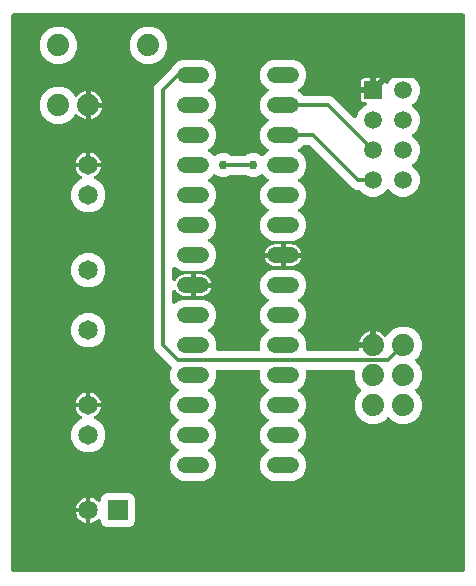
<source format=gtl>
G04 EAGLE Gerber RS-274X export*
G75*
%MOMM*%
%FSLAX34Y34*%
%LPD*%
%INTop Copper*%
%IPPOS*%
%AMOC8*
5,1,8,0,0,1.08239X$1,22.5*%
G01*
%ADD10C,1.651000*%
%ADD11R,1.651000X1.651000*%
%ADD12C,1.879600*%
%ADD13C,1.320800*%
%ADD14R,1.508000X1.508000*%
%ADD15C,1.508000*%
%ADD16C,0.756400*%
%ADD17C,0.508000*%
%ADD18C,0.304800*%

G36*
X711226Y125480D02*
X711226Y125480D01*
X711252Y125478D01*
X711399Y125500D01*
X711546Y125517D01*
X711571Y125525D01*
X711597Y125529D01*
X711735Y125584D01*
X711874Y125634D01*
X711896Y125648D01*
X711921Y125658D01*
X712042Y125743D01*
X712167Y125823D01*
X712185Y125842D01*
X712207Y125857D01*
X712306Y125967D01*
X712409Y126074D01*
X712423Y126096D01*
X712440Y126116D01*
X712512Y126246D01*
X712588Y126373D01*
X712596Y126398D01*
X712609Y126421D01*
X712649Y126564D01*
X712694Y126705D01*
X712696Y126731D01*
X712704Y126756D01*
X712723Y127000D01*
X712723Y596900D01*
X712720Y596926D01*
X712722Y596952D01*
X712700Y597099D01*
X712683Y597246D01*
X712675Y597271D01*
X712671Y597297D01*
X712616Y597435D01*
X712566Y597574D01*
X712552Y597596D01*
X712542Y597621D01*
X712457Y597742D01*
X712377Y597867D01*
X712358Y597885D01*
X712343Y597907D01*
X712233Y598006D01*
X712126Y598109D01*
X712104Y598123D01*
X712084Y598140D01*
X711954Y598212D01*
X711827Y598288D01*
X711802Y598296D01*
X711779Y598309D01*
X711636Y598349D01*
X711495Y598394D01*
X711469Y598396D01*
X711444Y598404D01*
X711200Y598423D01*
X330200Y598423D01*
X330174Y598420D01*
X330148Y598422D01*
X330001Y598400D01*
X329854Y598383D01*
X329829Y598375D01*
X329803Y598371D01*
X329665Y598316D01*
X329526Y598266D01*
X329504Y598252D01*
X329479Y598242D01*
X329358Y598157D01*
X329233Y598077D01*
X329215Y598058D01*
X329193Y598043D01*
X329094Y597933D01*
X328991Y597826D01*
X328977Y597804D01*
X328960Y597784D01*
X328888Y597654D01*
X328812Y597527D01*
X328804Y597502D01*
X328791Y597479D01*
X328751Y597336D01*
X328706Y597195D01*
X328704Y597169D01*
X328696Y597144D01*
X328677Y596900D01*
X328677Y127000D01*
X328680Y126974D01*
X328678Y126948D01*
X328700Y126801D01*
X328717Y126654D01*
X328725Y126629D01*
X328729Y126603D01*
X328784Y126465D01*
X328834Y126326D01*
X328848Y126304D01*
X328858Y126279D01*
X328943Y126158D01*
X329023Y126033D01*
X329042Y126015D01*
X329057Y125993D01*
X329167Y125894D01*
X329274Y125791D01*
X329296Y125777D01*
X329316Y125760D01*
X329446Y125688D01*
X329573Y125612D01*
X329598Y125604D01*
X329621Y125591D01*
X329764Y125551D01*
X329905Y125506D01*
X329931Y125504D01*
X329956Y125496D01*
X330200Y125477D01*
X711200Y125477D01*
X711226Y125480D01*
G37*
%LPC*%
G36*
X473419Y202945D02*
X473419Y202945D01*
X468658Y204918D01*
X465014Y208562D01*
X463041Y213323D01*
X463041Y218477D01*
X465014Y223238D01*
X468658Y226882D01*
X469407Y227193D01*
X469494Y227242D01*
X469587Y227282D01*
X469646Y227326D01*
X469711Y227362D01*
X469786Y227430D01*
X469866Y227489D01*
X469914Y227546D01*
X469969Y227596D01*
X470026Y227679D01*
X470091Y227755D01*
X470125Y227822D01*
X470168Y227883D01*
X470204Y227976D01*
X470250Y228066D01*
X470268Y228138D01*
X470295Y228207D01*
X470310Y228307D01*
X470334Y228404D01*
X470335Y228478D01*
X470346Y228552D01*
X470338Y228652D01*
X470339Y228752D01*
X470323Y228825D01*
X470317Y228899D01*
X470286Y228995D01*
X470265Y229093D01*
X470233Y229160D01*
X470210Y229231D01*
X470158Y229317D01*
X470115Y229408D01*
X470069Y229466D01*
X470031Y229529D01*
X469960Y229602D01*
X469898Y229680D01*
X469840Y229726D01*
X469788Y229779D01*
X469703Y229834D01*
X469624Y229896D01*
X469535Y229942D01*
X469494Y229968D01*
X469461Y229980D01*
X469407Y230007D01*
X468658Y230318D01*
X465014Y233962D01*
X463041Y238723D01*
X463041Y243877D01*
X465014Y248638D01*
X468658Y252282D01*
X469407Y252593D01*
X469494Y252642D01*
X469587Y252682D01*
X469646Y252726D01*
X469711Y252762D01*
X469786Y252830D01*
X469866Y252889D01*
X469914Y252946D01*
X469969Y252996D01*
X470026Y253079D01*
X470091Y253155D01*
X470125Y253222D01*
X470168Y253283D01*
X470204Y253376D01*
X470250Y253466D01*
X470268Y253538D01*
X470295Y253607D01*
X470310Y253707D01*
X470334Y253804D01*
X470335Y253878D01*
X470346Y253952D01*
X470338Y254052D01*
X470339Y254152D01*
X470323Y254225D01*
X470317Y254299D01*
X470286Y254395D01*
X470265Y254493D01*
X470233Y254560D01*
X470210Y254631D01*
X470158Y254717D01*
X470115Y254808D01*
X470069Y254866D01*
X470031Y254929D01*
X469960Y255002D01*
X469898Y255080D01*
X469840Y255126D01*
X469788Y255179D01*
X469703Y255234D01*
X469624Y255296D01*
X469535Y255342D01*
X469494Y255368D01*
X469461Y255380D01*
X469407Y255407D01*
X468658Y255718D01*
X465014Y259362D01*
X463041Y264123D01*
X463041Y269277D01*
X465014Y274038D01*
X468658Y277682D01*
X469407Y277993D01*
X469494Y278042D01*
X469587Y278082D01*
X469646Y278126D01*
X469711Y278162D01*
X469786Y278230D01*
X469866Y278289D01*
X469914Y278346D01*
X469969Y278396D01*
X470026Y278479D01*
X470091Y278555D01*
X470125Y278622D01*
X470168Y278683D01*
X470204Y278776D01*
X470250Y278866D01*
X470268Y278938D01*
X470295Y279007D01*
X470310Y279107D01*
X470334Y279204D01*
X470335Y279278D01*
X470346Y279352D01*
X470338Y279452D01*
X470339Y279552D01*
X470323Y279625D01*
X470317Y279699D01*
X470286Y279795D01*
X470265Y279893D01*
X470233Y279960D01*
X470210Y280031D01*
X470158Y280117D01*
X470115Y280208D01*
X470069Y280266D01*
X470031Y280329D01*
X469960Y280402D01*
X469898Y280480D01*
X469840Y280526D01*
X469788Y280579D01*
X469703Y280634D01*
X469624Y280696D01*
X469535Y280742D01*
X469494Y280768D01*
X469461Y280780D01*
X469407Y280807D01*
X468658Y281118D01*
X465014Y284762D01*
X463041Y289523D01*
X463041Y294677D01*
X464364Y297870D01*
X464385Y297943D01*
X464415Y298013D01*
X464432Y298110D01*
X464459Y298205D01*
X464463Y298281D01*
X464477Y298356D01*
X464472Y298455D01*
X464476Y298553D01*
X464463Y298628D01*
X464459Y298705D01*
X464432Y298799D01*
X464414Y298896D01*
X464383Y298966D01*
X464362Y299039D01*
X464314Y299125D01*
X464275Y299215D01*
X464229Y299277D01*
X464192Y299344D01*
X464095Y299457D01*
X464067Y299495D01*
X464053Y299508D01*
X464034Y299530D01*
X450524Y313039D01*
X449325Y315934D01*
X449325Y534966D01*
X450524Y537861D01*
X452954Y540290D01*
X464030Y551366D01*
X464031Y551368D01*
X464033Y551369D01*
X464140Y551506D01*
X464246Y551639D01*
X464247Y551641D01*
X464249Y551643D01*
X464360Y551861D01*
X465014Y553438D01*
X468658Y557082D01*
X473419Y559055D01*
X491781Y559055D01*
X496542Y557082D01*
X500186Y553438D01*
X502159Y548677D01*
X502159Y543523D01*
X500186Y538762D01*
X496542Y535118D01*
X495793Y534807D01*
X495706Y534759D01*
X495613Y534719D01*
X495554Y534674D01*
X495489Y534638D01*
X495414Y534571D01*
X495334Y534511D01*
X495286Y534454D01*
X495231Y534404D01*
X495174Y534321D01*
X495109Y534245D01*
X495075Y534178D01*
X495032Y534117D01*
X494996Y534024D01*
X494950Y533934D01*
X494932Y533862D01*
X494905Y533793D01*
X494890Y533693D01*
X494866Y533596D01*
X494865Y533522D01*
X494854Y533448D01*
X494862Y533348D01*
X494861Y533248D01*
X494877Y533175D01*
X494883Y533101D01*
X494914Y533005D01*
X494935Y532907D01*
X494967Y532840D01*
X494990Y532769D01*
X495042Y532683D01*
X495085Y532592D01*
X495131Y532534D01*
X495169Y532471D01*
X495239Y532399D01*
X495302Y532320D01*
X495360Y532274D01*
X495412Y532221D01*
X495497Y532166D01*
X495576Y532104D01*
X495665Y532058D01*
X495706Y532032D01*
X495739Y532020D01*
X495793Y531993D01*
X496542Y531682D01*
X500186Y528038D01*
X502159Y523277D01*
X502159Y518123D01*
X500186Y513362D01*
X496542Y509718D01*
X495793Y509407D01*
X495706Y509359D01*
X495613Y509319D01*
X495554Y509274D01*
X495489Y509238D01*
X495414Y509171D01*
X495334Y509111D01*
X495286Y509054D01*
X495231Y509004D01*
X495174Y508921D01*
X495109Y508845D01*
X495075Y508778D01*
X495032Y508717D01*
X494996Y508624D01*
X494950Y508534D01*
X494932Y508462D01*
X494905Y508393D01*
X494890Y508293D01*
X494866Y508196D01*
X494865Y508122D01*
X494854Y508048D01*
X494862Y507948D01*
X494861Y507848D01*
X494877Y507775D01*
X494883Y507701D01*
X494914Y507605D01*
X494935Y507507D01*
X494967Y507440D01*
X494990Y507369D01*
X495042Y507283D01*
X495085Y507192D01*
X495131Y507134D01*
X495169Y507071D01*
X495239Y506999D01*
X495302Y506920D01*
X495360Y506874D01*
X495412Y506821D01*
X495497Y506766D01*
X495576Y506704D01*
X495665Y506658D01*
X495706Y506632D01*
X495739Y506620D01*
X495793Y506593D01*
X496542Y506282D01*
X500186Y502638D01*
X502159Y497877D01*
X502159Y492723D01*
X500186Y487962D01*
X496542Y484318D01*
X495793Y484007D01*
X495706Y483959D01*
X495613Y483919D01*
X495554Y483874D01*
X495489Y483838D01*
X495414Y483771D01*
X495334Y483711D01*
X495286Y483654D01*
X495231Y483604D01*
X495174Y483521D01*
X495109Y483445D01*
X495075Y483378D01*
X495032Y483317D01*
X494996Y483224D01*
X494950Y483134D01*
X494932Y483062D01*
X494905Y482993D01*
X494890Y482893D01*
X494866Y482796D01*
X494865Y482722D01*
X494854Y482648D01*
X494862Y482548D01*
X494861Y482448D01*
X494877Y482375D01*
X494883Y482301D01*
X494914Y482205D01*
X494935Y482107D01*
X494967Y482040D01*
X494990Y481969D01*
X495042Y481883D01*
X495085Y481792D01*
X495131Y481734D01*
X495169Y481671D01*
X495239Y481599D01*
X495302Y481520D01*
X495360Y481474D01*
X495412Y481421D01*
X495497Y481366D01*
X495576Y481304D01*
X495665Y481258D01*
X495706Y481232D01*
X495739Y481220D01*
X495793Y481193D01*
X496542Y480882D01*
X499520Y477904D01*
X499541Y477888D01*
X499558Y477868D01*
X499677Y477780D01*
X499793Y477688D01*
X499817Y477677D01*
X499838Y477661D01*
X499975Y477602D01*
X500108Y477539D01*
X500134Y477533D01*
X500158Y477523D01*
X500305Y477497D01*
X500449Y477466D01*
X500475Y477466D01*
X500501Y477461D01*
X500650Y477469D01*
X500798Y477471D01*
X500823Y477478D01*
X500849Y477479D01*
X500992Y477520D01*
X501136Y477556D01*
X501159Y477569D01*
X501184Y477576D01*
X501313Y477648D01*
X501445Y477716D01*
X501465Y477733D01*
X501488Y477746D01*
X501675Y477904D01*
X502260Y478490D01*
X505984Y480033D01*
X510016Y480033D01*
X513740Y478490D01*
X514009Y478221D01*
X514108Y478142D01*
X514202Y478058D01*
X514244Y478034D01*
X514282Y478004D01*
X514396Y477950D01*
X514507Y477889D01*
X514553Y477876D01*
X514597Y477855D01*
X514720Y477829D01*
X514842Y477794D01*
X514903Y477789D01*
X514938Y477782D01*
X514986Y477783D01*
X515086Y477775D01*
X526314Y477775D01*
X526440Y477789D01*
X526566Y477796D01*
X526612Y477809D01*
X526660Y477815D01*
X526779Y477857D01*
X526901Y477892D01*
X526943Y477916D01*
X526988Y477932D01*
X527094Y478001D01*
X527205Y478062D01*
X527251Y478102D01*
X527281Y478121D01*
X527315Y478156D01*
X527391Y478221D01*
X527660Y478490D01*
X531384Y480033D01*
X535416Y480033D01*
X539140Y478490D01*
X539725Y477904D01*
X539746Y477888D01*
X539763Y477868D01*
X539882Y477780D01*
X539998Y477688D01*
X540022Y477677D01*
X540043Y477661D01*
X540179Y477602D01*
X540313Y477539D01*
X540339Y477533D01*
X540363Y477523D01*
X540509Y477497D01*
X540654Y477466D01*
X540680Y477466D01*
X540706Y477461D01*
X540855Y477469D01*
X541003Y477471D01*
X541028Y477478D01*
X541054Y477479D01*
X541197Y477520D01*
X541341Y477556D01*
X541364Y477568D01*
X541389Y477576D01*
X541518Y477648D01*
X541650Y477716D01*
X541670Y477733D01*
X541693Y477746D01*
X541880Y477904D01*
X544858Y480882D01*
X545607Y481193D01*
X545694Y481241D01*
X545787Y481281D01*
X545846Y481326D01*
X545911Y481362D01*
X545986Y481429D01*
X546066Y481489D01*
X546114Y481546D01*
X546169Y481596D01*
X546226Y481679D01*
X546291Y481755D01*
X546325Y481822D01*
X546368Y481883D01*
X546404Y481976D01*
X546450Y482066D01*
X546468Y482138D01*
X546495Y482207D01*
X546510Y482307D01*
X546534Y482404D01*
X546535Y482478D01*
X546546Y482552D01*
X546538Y482652D01*
X546539Y482752D01*
X546523Y482825D01*
X546517Y482899D01*
X546486Y482995D01*
X546465Y483093D01*
X546433Y483160D01*
X546410Y483231D01*
X546358Y483317D01*
X546315Y483408D01*
X546269Y483466D01*
X546231Y483529D01*
X546161Y483601D01*
X546098Y483680D01*
X546040Y483726D01*
X545988Y483779D01*
X545903Y483834D01*
X545824Y483896D01*
X545735Y483942D01*
X545694Y483968D01*
X545661Y483980D01*
X545607Y484007D01*
X544858Y484318D01*
X541214Y487962D01*
X539241Y492723D01*
X539241Y497877D01*
X541214Y502638D01*
X544858Y506282D01*
X545607Y506593D01*
X545694Y506641D01*
X545787Y506681D01*
X545846Y506726D01*
X545911Y506762D01*
X545986Y506829D01*
X546066Y506889D01*
X546114Y506946D01*
X546169Y506996D01*
X546226Y507079D01*
X546291Y507155D01*
X546325Y507222D01*
X546368Y507283D01*
X546404Y507376D01*
X546450Y507466D01*
X546468Y507538D01*
X546495Y507607D01*
X546510Y507707D01*
X546534Y507804D01*
X546535Y507878D01*
X546546Y507952D01*
X546538Y508052D01*
X546539Y508152D01*
X546523Y508225D01*
X546517Y508299D01*
X546486Y508395D01*
X546465Y508493D01*
X546433Y508560D01*
X546410Y508631D01*
X546358Y508717D01*
X546315Y508808D01*
X546269Y508866D01*
X546231Y508929D01*
X546161Y509001D01*
X546098Y509080D01*
X546040Y509126D01*
X545988Y509179D01*
X545903Y509234D01*
X545824Y509296D01*
X545735Y509342D01*
X545694Y509368D01*
X545661Y509380D01*
X545607Y509407D01*
X544858Y509718D01*
X541214Y513362D01*
X539241Y518123D01*
X539241Y523277D01*
X541214Y528038D01*
X544858Y531682D01*
X545607Y531993D01*
X545694Y532041D01*
X545787Y532081D01*
X545846Y532126D01*
X545911Y532162D01*
X545986Y532229D01*
X546066Y532289D01*
X546114Y532346D01*
X546169Y532396D01*
X546226Y532479D01*
X546291Y532555D01*
X546325Y532622D01*
X546368Y532683D01*
X546404Y532776D01*
X546450Y532866D01*
X546468Y532938D01*
X546495Y533007D01*
X546510Y533107D01*
X546534Y533204D01*
X546535Y533278D01*
X546546Y533352D01*
X546538Y533452D01*
X546539Y533552D01*
X546523Y533625D01*
X546517Y533699D01*
X546486Y533795D01*
X546465Y533893D01*
X546433Y533960D01*
X546410Y534031D01*
X546358Y534117D01*
X546315Y534208D01*
X546269Y534266D01*
X546231Y534329D01*
X546161Y534401D01*
X546098Y534480D01*
X546040Y534526D01*
X545988Y534579D01*
X545903Y534634D01*
X545824Y534696D01*
X545735Y534742D01*
X545694Y534768D01*
X545661Y534780D01*
X545607Y534807D01*
X544858Y535118D01*
X541214Y538762D01*
X539241Y543523D01*
X539241Y548677D01*
X541214Y553438D01*
X544858Y557082D01*
X549619Y559055D01*
X567981Y559055D01*
X572742Y557082D01*
X576386Y553438D01*
X578359Y548677D01*
X578359Y543523D01*
X576386Y538762D01*
X572742Y535118D01*
X571993Y534807D01*
X571906Y534758D01*
X571813Y534718D01*
X571754Y534674D01*
X571689Y534638D01*
X571614Y534570D01*
X571534Y534511D01*
X571486Y534454D01*
X571431Y534404D01*
X571374Y534321D01*
X571309Y534245D01*
X571275Y534178D01*
X571232Y534117D01*
X571196Y534024D01*
X571150Y533934D01*
X571132Y533862D01*
X571105Y533793D01*
X571090Y533693D01*
X571066Y533596D01*
X571065Y533522D01*
X571054Y533448D01*
X571062Y533348D01*
X571061Y533248D01*
X571077Y533175D01*
X571083Y533101D01*
X571114Y533005D01*
X571135Y532907D01*
X571167Y532840D01*
X571190Y532769D01*
X571242Y532683D01*
X571285Y532592D01*
X571331Y532534D01*
X571369Y532471D01*
X571440Y532398D01*
X571502Y532320D01*
X571560Y532274D01*
X571612Y532221D01*
X571697Y532166D01*
X571776Y532104D01*
X571865Y532058D01*
X571906Y532032D01*
X571939Y532020D01*
X571993Y531993D01*
X572742Y531682D01*
X575404Y529021D01*
X575503Y528942D01*
X575597Y528858D01*
X575639Y528834D01*
X575677Y528804D01*
X575791Y528750D01*
X575902Y528689D01*
X575948Y528676D01*
X575992Y528655D01*
X576115Y528629D01*
X576237Y528594D01*
X576298Y528589D01*
X576333Y528582D01*
X576381Y528583D01*
X576481Y528575D01*
X598466Y528575D01*
X601361Y527376D01*
X618579Y510158D01*
X618697Y510064D01*
X618811Y509967D01*
X618833Y509956D01*
X618852Y509941D01*
X618988Y509877D01*
X619122Y509808D01*
X619145Y509803D01*
X619167Y509792D01*
X619314Y509761D01*
X619460Y509724D01*
X619484Y509724D01*
X619508Y509719D01*
X619657Y509721D01*
X619808Y509719D01*
X619832Y509724D01*
X619856Y509725D01*
X620002Y509761D01*
X620149Y509794D01*
X620171Y509804D01*
X620194Y509810D01*
X620328Y509879D01*
X620463Y509943D01*
X620482Y509958D01*
X620504Y509969D01*
X620619Y510067D01*
X620736Y510161D01*
X620751Y510180D01*
X620769Y510195D01*
X620859Y510316D01*
X620952Y510434D01*
X620965Y510460D01*
X620976Y510476D01*
X620995Y510519D01*
X621063Y510652D01*
X623224Y515869D01*
X627131Y519776D01*
X628611Y520389D01*
X628655Y520413D01*
X628702Y520430D01*
X628807Y520498D01*
X628915Y520558D01*
X628953Y520592D01*
X628995Y520619D01*
X629081Y520709D01*
X629174Y520792D01*
X629202Y520834D01*
X629237Y520870D01*
X629301Y520977D01*
X629372Y521079D01*
X629390Y521126D01*
X629416Y521169D01*
X629454Y521287D01*
X629500Y521403D01*
X629507Y521453D01*
X629522Y521501D01*
X629532Y521625D01*
X629550Y521748D01*
X629546Y521798D01*
X629550Y521848D01*
X629532Y521971D01*
X629521Y522095D01*
X629506Y522143D01*
X629499Y522193D01*
X629453Y522309D01*
X629414Y522427D01*
X629388Y522470D01*
X629370Y522517D01*
X629299Y522619D01*
X629235Y522725D01*
X629200Y522762D01*
X629171Y522803D01*
X629079Y522886D01*
X628992Y522975D01*
X628949Y523003D01*
X628912Y523036D01*
X628803Y523096D01*
X628699Y523164D01*
X628651Y523181D01*
X628607Y523205D01*
X628487Y523239D01*
X628370Y523280D01*
X628320Y523286D01*
X628272Y523300D01*
X628028Y523319D01*
X627125Y523319D01*
X626479Y523492D01*
X625900Y523827D01*
X625427Y524300D01*
X625092Y524879D01*
X624919Y525525D01*
X624919Y530901D01*
X634024Y530901D01*
X634050Y530904D01*
X634076Y530902D01*
X634223Y530924D01*
X634370Y530941D01*
X634395Y530949D01*
X634421Y530953D01*
X634558Y531008D01*
X634698Y531058D01*
X634720Y531072D01*
X634745Y531082D01*
X634866Y531167D01*
X634991Y531247D01*
X635009Y531266D01*
X635031Y531281D01*
X635130Y531391D01*
X635233Y531498D01*
X635247Y531520D01*
X635264Y531540D01*
X635336Y531670D01*
X635412Y531797D01*
X635420Y531822D01*
X635433Y531845D01*
X635473Y531988D01*
X635518Y532129D01*
X635520Y532155D01*
X635527Y532180D01*
X635547Y532424D01*
X635547Y532853D01*
X635976Y532853D01*
X636002Y532856D01*
X636028Y532854D01*
X636175Y532876D01*
X636322Y532893D01*
X636347Y532902D01*
X636373Y532906D01*
X636511Y532960D01*
X636650Y533010D01*
X636672Y533025D01*
X636697Y533034D01*
X636818Y533119D01*
X636943Y533199D01*
X636961Y533218D01*
X636983Y533233D01*
X637082Y533343D01*
X637185Y533450D01*
X637199Y533473D01*
X637216Y533492D01*
X637288Y533622D01*
X637364Y533749D01*
X637372Y533774D01*
X637385Y533797D01*
X637425Y533940D01*
X637470Y534081D01*
X637472Y534107D01*
X637480Y534132D01*
X637499Y534376D01*
X637499Y543481D01*
X642875Y543481D01*
X643521Y543308D01*
X644100Y542973D01*
X644573Y542500D01*
X644908Y541921D01*
X645081Y541275D01*
X645081Y540372D01*
X645086Y540322D01*
X645084Y540272D01*
X645106Y540149D01*
X645121Y540026D01*
X645138Y539978D01*
X645147Y539929D01*
X645196Y539815D01*
X645238Y539698D01*
X645265Y539655D01*
X645286Y539609D01*
X645360Y539510D01*
X645427Y539405D01*
X645463Y539370D01*
X645493Y539330D01*
X645588Y539249D01*
X645678Y539163D01*
X645721Y539137D01*
X645759Y539104D01*
X645870Y539048D01*
X645977Y538984D01*
X646025Y538969D01*
X646070Y538946D01*
X646190Y538916D01*
X646309Y538878D01*
X646359Y538874D01*
X646408Y538862D01*
X646532Y538860D01*
X646656Y538850D01*
X646706Y538857D01*
X646756Y538856D01*
X646878Y538883D01*
X647001Y538901D01*
X647048Y538920D01*
X647097Y538931D01*
X647209Y538984D01*
X647325Y539030D01*
X647366Y539059D01*
X647412Y539081D01*
X647509Y539158D01*
X647611Y539229D01*
X647645Y539266D01*
X647684Y539298D01*
X647761Y539396D01*
X647844Y539488D01*
X647869Y539532D01*
X647900Y539571D01*
X648011Y539789D01*
X648624Y541269D01*
X652531Y545176D01*
X657637Y547291D01*
X663163Y547291D01*
X668269Y545176D01*
X672176Y541269D01*
X674291Y536163D01*
X674291Y530637D01*
X672176Y525531D01*
X668422Y521777D01*
X668405Y521757D01*
X668385Y521740D01*
X668297Y521620D01*
X668205Y521504D01*
X668194Y521480D01*
X668178Y521459D01*
X668119Y521323D01*
X668056Y521189D01*
X668051Y521163D01*
X668040Y521139D01*
X668014Y520993D01*
X667983Y520848D01*
X667983Y520822D01*
X667978Y520796D01*
X667986Y520648D01*
X667989Y520500D01*
X667995Y520474D01*
X667996Y520448D01*
X668037Y520306D01*
X668074Y520162D01*
X668086Y520139D01*
X668093Y520113D01*
X668165Y519984D01*
X668233Y519852D01*
X668250Y519832D01*
X668263Y519809D01*
X668422Y519623D01*
X672176Y515869D01*
X674291Y510763D01*
X674291Y505237D01*
X672176Y500131D01*
X668422Y496377D01*
X668405Y496357D01*
X668385Y496340D01*
X668297Y496220D01*
X668205Y496104D01*
X668194Y496080D01*
X668178Y496059D01*
X668119Y495923D01*
X668056Y495789D01*
X668051Y495763D01*
X668040Y495739D01*
X668014Y495593D01*
X667983Y495448D01*
X667983Y495422D01*
X667978Y495396D01*
X667986Y495248D01*
X667989Y495100D01*
X667995Y495074D01*
X667996Y495048D01*
X668037Y494906D01*
X668074Y494762D01*
X668086Y494739D01*
X668093Y494713D01*
X668165Y494584D01*
X668233Y494452D01*
X668250Y494432D01*
X668263Y494409D01*
X668422Y494223D01*
X672176Y490469D01*
X674291Y485363D01*
X674291Y479837D01*
X672176Y474731D01*
X668422Y470977D01*
X668405Y470957D01*
X668385Y470940D01*
X668297Y470820D01*
X668205Y470704D01*
X668194Y470680D01*
X668178Y470659D01*
X668119Y470523D01*
X668056Y470389D01*
X668051Y470363D01*
X668040Y470339D01*
X668014Y470193D01*
X667983Y470048D01*
X667983Y470022D01*
X667978Y469996D01*
X667986Y469848D01*
X667989Y469700D01*
X667995Y469674D01*
X667996Y469648D01*
X668037Y469506D01*
X668074Y469362D01*
X668086Y469339D01*
X668093Y469313D01*
X668165Y469184D01*
X668233Y469052D01*
X668250Y469032D01*
X668263Y469009D01*
X668422Y468823D01*
X672176Y465069D01*
X674291Y459963D01*
X674291Y454437D01*
X672176Y449331D01*
X668269Y445424D01*
X663163Y443309D01*
X657637Y443309D01*
X652531Y445424D01*
X648777Y449178D01*
X648757Y449195D01*
X648740Y449215D01*
X648620Y449303D01*
X648504Y449395D01*
X648480Y449406D01*
X648459Y449422D01*
X648323Y449481D01*
X648189Y449544D01*
X648163Y449549D01*
X648139Y449560D01*
X647993Y449586D01*
X647848Y449617D01*
X647822Y449617D01*
X647796Y449622D01*
X647648Y449614D01*
X647500Y449611D01*
X647474Y449605D01*
X647448Y449604D01*
X647306Y449563D01*
X647162Y449526D01*
X647139Y449514D01*
X647113Y449507D01*
X646984Y449435D01*
X646852Y449367D01*
X646832Y449350D01*
X646809Y449337D01*
X646623Y449178D01*
X642869Y445424D01*
X637763Y443309D01*
X632237Y443309D01*
X627131Y445424D01*
X623676Y448879D01*
X623577Y448958D01*
X623484Y449042D01*
X623441Y449066D01*
X623403Y449096D01*
X623289Y449150D01*
X623179Y449211D01*
X623132Y449224D01*
X623088Y449245D01*
X622965Y449271D01*
X622843Y449306D01*
X622782Y449311D01*
X622748Y449318D01*
X622700Y449317D01*
X622599Y449325D01*
X620734Y449325D01*
X617839Y450524D01*
X581384Y486979D01*
X581285Y487058D01*
X581191Y487142D01*
X581149Y487166D01*
X581111Y487196D01*
X580997Y487250D01*
X580886Y487311D01*
X580840Y487324D01*
X580796Y487345D01*
X580673Y487371D01*
X580551Y487406D01*
X580490Y487411D01*
X580455Y487418D01*
X580407Y487417D01*
X580307Y487425D01*
X576481Y487425D01*
X576355Y487411D01*
X576229Y487404D01*
X576183Y487391D01*
X576135Y487385D01*
X576016Y487343D01*
X575894Y487308D01*
X575852Y487284D01*
X575807Y487268D01*
X575700Y487199D01*
X575590Y487138D01*
X575544Y487098D01*
X575514Y487079D01*
X575480Y487044D01*
X575404Y486979D01*
X572742Y484318D01*
X571993Y484007D01*
X571906Y483958D01*
X571813Y483918D01*
X571754Y483874D01*
X571689Y483838D01*
X571614Y483770D01*
X571534Y483711D01*
X571486Y483654D01*
X571431Y483604D01*
X571374Y483521D01*
X571309Y483445D01*
X571275Y483378D01*
X571232Y483317D01*
X571196Y483224D01*
X571150Y483134D01*
X571132Y483062D01*
X571105Y482993D01*
X571090Y482893D01*
X571066Y482796D01*
X571065Y482722D01*
X571054Y482648D01*
X571062Y482548D01*
X571061Y482448D01*
X571077Y482375D01*
X571083Y482301D01*
X571114Y482205D01*
X571135Y482107D01*
X571167Y482040D01*
X571190Y481969D01*
X571242Y481883D01*
X571285Y481792D01*
X571331Y481734D01*
X571369Y481671D01*
X571440Y481598D01*
X571502Y481520D01*
X571560Y481474D01*
X571612Y481421D01*
X571697Y481366D01*
X571776Y481304D01*
X571865Y481258D01*
X571906Y481232D01*
X571939Y481220D01*
X571993Y481193D01*
X572742Y480882D01*
X576386Y477238D01*
X578359Y472477D01*
X578359Y467323D01*
X576386Y462562D01*
X572742Y458918D01*
X571993Y458607D01*
X571906Y458558D01*
X571813Y458518D01*
X571754Y458474D01*
X571689Y458438D01*
X571614Y458370D01*
X571534Y458311D01*
X571486Y458254D01*
X571431Y458204D01*
X571374Y458121D01*
X571309Y458045D01*
X571275Y457978D01*
X571232Y457917D01*
X571196Y457824D01*
X571150Y457734D01*
X571132Y457662D01*
X571105Y457593D01*
X571090Y457493D01*
X571066Y457396D01*
X571065Y457322D01*
X571054Y457248D01*
X571062Y457148D01*
X571061Y457048D01*
X571077Y456975D01*
X571083Y456901D01*
X571114Y456805D01*
X571135Y456707D01*
X571167Y456640D01*
X571190Y456569D01*
X571242Y456483D01*
X571285Y456392D01*
X571331Y456334D01*
X571369Y456271D01*
X571440Y456198D01*
X571502Y456120D01*
X571560Y456074D01*
X571612Y456021D01*
X571697Y455966D01*
X571776Y455904D01*
X571865Y455858D01*
X571906Y455832D01*
X571939Y455820D01*
X571993Y455793D01*
X572742Y455482D01*
X576386Y451838D01*
X578359Y447077D01*
X578359Y441923D01*
X576386Y437162D01*
X572742Y433518D01*
X571993Y433207D01*
X571906Y433158D01*
X571813Y433118D01*
X571754Y433074D01*
X571689Y433038D01*
X571614Y432970D01*
X571534Y432911D01*
X571486Y432854D01*
X571431Y432804D01*
X571374Y432721D01*
X571309Y432645D01*
X571275Y432578D01*
X571232Y432517D01*
X571196Y432424D01*
X571150Y432334D01*
X571132Y432262D01*
X571105Y432193D01*
X571090Y432093D01*
X571066Y431996D01*
X571065Y431922D01*
X571054Y431848D01*
X571062Y431748D01*
X571061Y431648D01*
X571077Y431575D01*
X571083Y431501D01*
X571114Y431405D01*
X571135Y431307D01*
X571167Y431240D01*
X571190Y431169D01*
X571242Y431083D01*
X571285Y430992D01*
X571331Y430934D01*
X571369Y430871D01*
X571440Y430798D01*
X571502Y430720D01*
X571560Y430674D01*
X571612Y430621D01*
X571697Y430566D01*
X571776Y430504D01*
X571865Y430458D01*
X571906Y430432D01*
X571939Y430420D01*
X571993Y430393D01*
X572742Y430082D01*
X576386Y426438D01*
X578359Y421677D01*
X578359Y416523D01*
X576386Y411762D01*
X572742Y408118D01*
X567981Y406145D01*
X549619Y406145D01*
X544858Y408118D01*
X541214Y411762D01*
X539241Y416523D01*
X539241Y421677D01*
X541214Y426438D01*
X544858Y430082D01*
X545607Y430393D01*
X545694Y430441D01*
X545787Y430481D01*
X545846Y430526D01*
X545911Y430562D01*
X545986Y430629D01*
X546066Y430689D01*
X546114Y430746D01*
X546169Y430796D01*
X546226Y430879D01*
X546291Y430955D01*
X546325Y431022D01*
X546368Y431083D01*
X546404Y431176D01*
X546450Y431266D01*
X546468Y431338D01*
X546495Y431407D01*
X546510Y431507D01*
X546534Y431604D01*
X546535Y431678D01*
X546546Y431752D01*
X546538Y431852D01*
X546539Y431952D01*
X546523Y432025D01*
X546517Y432099D01*
X546486Y432195D01*
X546465Y432293D01*
X546433Y432360D01*
X546410Y432431D01*
X546358Y432517D01*
X546315Y432608D01*
X546269Y432666D01*
X546231Y432729D01*
X546161Y432801D01*
X546098Y432880D01*
X546040Y432926D01*
X545988Y432979D01*
X545903Y433034D01*
X545824Y433096D01*
X545735Y433142D01*
X545694Y433168D01*
X545661Y433180D01*
X545607Y433207D01*
X544858Y433518D01*
X541214Y437162D01*
X539241Y441923D01*
X539241Y447077D01*
X541214Y451838D01*
X544858Y455482D01*
X545607Y455793D01*
X545694Y455841D01*
X545787Y455881D01*
X545846Y455926D01*
X545911Y455962D01*
X545986Y456029D01*
X546066Y456089D01*
X546114Y456146D01*
X546169Y456196D01*
X546226Y456279D01*
X546291Y456355D01*
X546325Y456422D01*
X546368Y456483D01*
X546404Y456576D01*
X546450Y456666D01*
X546468Y456738D01*
X546495Y456807D01*
X546510Y456907D01*
X546534Y457004D01*
X546535Y457078D01*
X546546Y457152D01*
X546538Y457252D01*
X546539Y457352D01*
X546523Y457425D01*
X546517Y457499D01*
X546486Y457595D01*
X546465Y457693D01*
X546433Y457760D01*
X546410Y457831D01*
X546358Y457917D01*
X546315Y458008D01*
X546269Y458066D01*
X546231Y458129D01*
X546161Y458201D01*
X546098Y458280D01*
X546040Y458326D01*
X545988Y458379D01*
X545903Y458434D01*
X545824Y458496D01*
X545735Y458542D01*
X545694Y458568D01*
X545661Y458580D01*
X545607Y458607D01*
X544858Y458918D01*
X541880Y461896D01*
X541859Y461912D01*
X541842Y461932D01*
X541723Y462020D01*
X541607Y462112D01*
X541583Y462123D01*
X541562Y462139D01*
X541425Y462198D01*
X541292Y462261D01*
X541266Y462267D01*
X541242Y462277D01*
X541095Y462303D01*
X540951Y462334D01*
X540925Y462334D01*
X540899Y462339D01*
X540750Y462331D01*
X540602Y462329D01*
X540577Y462322D01*
X540551Y462321D01*
X540408Y462280D01*
X540264Y462244D01*
X540241Y462231D01*
X540216Y462224D01*
X540087Y462152D01*
X539955Y462084D01*
X539935Y462067D01*
X539912Y462054D01*
X539725Y461896D01*
X539140Y461310D01*
X535416Y459767D01*
X531384Y459767D01*
X527660Y461310D01*
X527391Y461579D01*
X527292Y461658D01*
X527198Y461742D01*
X527156Y461766D01*
X527118Y461796D01*
X527004Y461850D01*
X526893Y461911D01*
X526847Y461924D01*
X526803Y461945D01*
X526680Y461971D01*
X526558Y462006D01*
X526497Y462011D01*
X526462Y462018D01*
X526414Y462017D01*
X526314Y462025D01*
X515086Y462025D01*
X514960Y462011D01*
X514834Y462004D01*
X514788Y461991D01*
X514740Y461985D01*
X514621Y461943D01*
X514499Y461908D01*
X514457Y461884D01*
X514412Y461868D01*
X514306Y461799D01*
X514195Y461738D01*
X514149Y461698D01*
X514119Y461679D01*
X514085Y461644D01*
X514009Y461579D01*
X513740Y461310D01*
X510016Y459767D01*
X505984Y459767D01*
X502260Y461310D01*
X501675Y461896D01*
X501654Y461912D01*
X501637Y461932D01*
X501518Y462020D01*
X501402Y462112D01*
X501378Y462123D01*
X501357Y462139D01*
X501221Y462198D01*
X501087Y462261D01*
X501061Y462267D01*
X501037Y462277D01*
X500891Y462303D01*
X500746Y462334D01*
X500720Y462334D01*
X500694Y462339D01*
X500545Y462331D01*
X500397Y462329D01*
X500372Y462322D01*
X500346Y462321D01*
X500203Y462280D01*
X500059Y462244D01*
X500036Y462232D01*
X500011Y462224D01*
X499882Y462152D01*
X499750Y462084D01*
X499730Y462067D01*
X499707Y462054D01*
X499520Y461896D01*
X496542Y458918D01*
X495793Y458607D01*
X495706Y458559D01*
X495613Y458519D01*
X495554Y458474D01*
X495489Y458438D01*
X495414Y458371D01*
X495334Y458311D01*
X495286Y458254D01*
X495231Y458204D01*
X495174Y458121D01*
X495109Y458045D01*
X495075Y457978D01*
X495032Y457917D01*
X494996Y457824D01*
X494950Y457734D01*
X494932Y457662D01*
X494905Y457593D01*
X494890Y457493D01*
X494866Y457396D01*
X494865Y457322D01*
X494854Y457248D01*
X494862Y457148D01*
X494861Y457048D01*
X494877Y456975D01*
X494883Y456901D01*
X494914Y456805D01*
X494935Y456707D01*
X494967Y456640D01*
X494990Y456569D01*
X495042Y456483D01*
X495085Y456392D01*
X495131Y456334D01*
X495169Y456271D01*
X495239Y456199D01*
X495302Y456120D01*
X495360Y456074D01*
X495412Y456021D01*
X495497Y455966D01*
X495576Y455904D01*
X495665Y455858D01*
X495706Y455832D01*
X495739Y455820D01*
X495793Y455793D01*
X496542Y455482D01*
X500186Y451838D01*
X502159Y447077D01*
X502159Y441923D01*
X500186Y437162D01*
X496542Y433518D01*
X495793Y433207D01*
X495706Y433159D01*
X495613Y433119D01*
X495554Y433074D01*
X495489Y433038D01*
X495414Y432971D01*
X495334Y432911D01*
X495286Y432854D01*
X495231Y432804D01*
X495174Y432721D01*
X495109Y432645D01*
X495075Y432578D01*
X495032Y432517D01*
X494996Y432424D01*
X494950Y432334D01*
X494932Y432262D01*
X494905Y432193D01*
X494890Y432093D01*
X494866Y431996D01*
X494865Y431922D01*
X494854Y431848D01*
X494862Y431748D01*
X494861Y431648D01*
X494877Y431575D01*
X494883Y431501D01*
X494914Y431405D01*
X494935Y431307D01*
X494967Y431240D01*
X494990Y431169D01*
X495042Y431083D01*
X495085Y430992D01*
X495131Y430934D01*
X495169Y430871D01*
X495239Y430799D01*
X495302Y430720D01*
X495360Y430674D01*
X495412Y430621D01*
X495497Y430566D01*
X495576Y430504D01*
X495665Y430458D01*
X495706Y430432D01*
X495739Y430420D01*
X495793Y430393D01*
X496542Y430082D01*
X500186Y426438D01*
X502159Y421677D01*
X502159Y416523D01*
X500186Y411762D01*
X496542Y408118D01*
X495793Y407807D01*
X495706Y407759D01*
X495613Y407719D01*
X495554Y407674D01*
X495489Y407638D01*
X495414Y407571D01*
X495334Y407511D01*
X495286Y407454D01*
X495231Y407404D01*
X495174Y407321D01*
X495109Y407245D01*
X495075Y407178D01*
X495032Y407117D01*
X494996Y407024D01*
X494950Y406934D01*
X494932Y406862D01*
X494905Y406793D01*
X494890Y406693D01*
X494866Y406596D01*
X494865Y406522D01*
X494854Y406448D01*
X494862Y406348D01*
X494861Y406248D01*
X494877Y406175D01*
X494883Y406101D01*
X494914Y406005D01*
X494935Y405907D01*
X494967Y405840D01*
X494990Y405769D01*
X495042Y405683D01*
X495085Y405592D01*
X495131Y405534D01*
X495169Y405471D01*
X495239Y405399D01*
X495302Y405320D01*
X495360Y405274D01*
X495412Y405221D01*
X495497Y405166D01*
X495576Y405104D01*
X495665Y405058D01*
X495706Y405032D01*
X495739Y405020D01*
X495793Y404993D01*
X496542Y404682D01*
X500186Y401038D01*
X502159Y396277D01*
X502159Y391123D01*
X500186Y386362D01*
X496542Y382718D01*
X491781Y380745D01*
X473419Y380745D01*
X468658Y382717D01*
X467675Y383700D01*
X467596Y383763D01*
X467524Y383832D01*
X467460Y383871D01*
X467402Y383917D01*
X467311Y383960D01*
X467225Y384011D01*
X467154Y384034D01*
X467087Y384066D01*
X466989Y384087D01*
X466893Y384117D01*
X466819Y384123D01*
X466746Y384139D01*
X466646Y384137D01*
X466546Y384145D01*
X466472Y384134D01*
X466398Y384133D01*
X466301Y384109D01*
X466201Y384094D01*
X466132Y384066D01*
X466060Y384048D01*
X465971Y384002D01*
X465877Y383965D01*
X465816Y383923D01*
X465750Y383888D01*
X465674Y383823D01*
X465591Y383766D01*
X465541Y383711D01*
X465485Y383663D01*
X465425Y383582D01*
X465358Y383507D01*
X465322Y383442D01*
X465277Y383382D01*
X465238Y383290D01*
X465189Y383202D01*
X465169Y383131D01*
X465139Y383062D01*
X465122Y382964D01*
X465094Y382867D01*
X465086Y382767D01*
X465078Y382719D01*
X465080Y382684D01*
X465075Y382623D01*
X465075Y373354D01*
X465094Y373190D01*
X465110Y373026D01*
X465114Y373017D01*
X465115Y373007D01*
X465170Y372853D01*
X465224Y372697D01*
X465229Y372688D01*
X465232Y372679D01*
X465321Y372541D01*
X465409Y372401D01*
X465416Y372395D01*
X465421Y372386D01*
X465540Y372272D01*
X465657Y372156D01*
X465665Y372151D01*
X465672Y372144D01*
X465814Y372059D01*
X465953Y371973D01*
X465963Y371970D01*
X465971Y371965D01*
X466128Y371915D01*
X466284Y371863D01*
X466294Y371862D01*
X466303Y371859D01*
X466466Y371846D01*
X466631Y371831D01*
X466641Y371832D01*
X466650Y371831D01*
X466813Y371856D01*
X466976Y371878D01*
X466985Y371881D01*
X466995Y371883D01*
X467149Y371944D01*
X467302Y372003D01*
X467310Y372008D01*
X467319Y372012D01*
X467454Y372106D01*
X467590Y372198D01*
X467597Y372205D01*
X467605Y372211D01*
X467715Y372333D01*
X467827Y372454D01*
X467833Y372463D01*
X467838Y372469D01*
X467853Y372496D01*
X467955Y372662D01*
X468175Y373093D01*
X469021Y374257D01*
X470039Y375275D01*
X471203Y376121D01*
X472486Y376775D01*
X473854Y377220D01*
X475276Y377445D01*
X480569Y377445D01*
X480569Y368808D01*
X480572Y368782D01*
X480570Y368756D01*
X480592Y368609D01*
X480609Y368462D01*
X480617Y368437D01*
X480621Y368411D01*
X480664Y368304D01*
X480643Y368228D01*
X480598Y368087D01*
X480595Y368061D01*
X480588Y368036D01*
X480569Y367792D01*
X480569Y359155D01*
X475276Y359155D01*
X473854Y359380D01*
X472486Y359825D01*
X471203Y360479D01*
X470039Y361325D01*
X469021Y362343D01*
X468175Y363507D01*
X467955Y363938D01*
X467864Y364075D01*
X467775Y364214D01*
X467768Y364220D01*
X467763Y364228D01*
X467643Y364341D01*
X467524Y364456D01*
X467516Y364461D01*
X467509Y364467D01*
X467367Y364550D01*
X467225Y364635D01*
X467216Y364638D01*
X467208Y364642D01*
X467051Y364690D01*
X466893Y364741D01*
X466883Y364742D01*
X466874Y364744D01*
X466711Y364755D01*
X466546Y364769D01*
X466536Y364767D01*
X466527Y364768D01*
X466365Y364742D01*
X466201Y364717D01*
X466192Y364713D01*
X466183Y364712D01*
X466030Y364649D01*
X465877Y364588D01*
X465869Y364583D01*
X465860Y364579D01*
X465726Y364483D01*
X465591Y364389D01*
X465585Y364382D01*
X465577Y364377D01*
X465468Y364252D01*
X465358Y364131D01*
X465353Y364122D01*
X465347Y364115D01*
X465268Y363969D01*
X465189Y363826D01*
X465187Y363816D01*
X465182Y363808D01*
X465139Y363649D01*
X465094Y363490D01*
X465093Y363479D01*
X465091Y363471D01*
X465090Y363441D01*
X465075Y363246D01*
X465075Y353977D01*
X465086Y353877D01*
X465088Y353777D01*
X465106Y353705D01*
X465115Y353631D01*
X465149Y353536D01*
X465173Y353439D01*
X465207Y353373D01*
X465232Y353303D01*
X465287Y353218D01*
X465333Y353129D01*
X465381Y353072D01*
X465421Y353010D01*
X465493Y352940D01*
X465558Y352864D01*
X465618Y352819D01*
X465672Y352768D01*
X465758Y352716D01*
X465839Y352656D01*
X465907Y352627D01*
X465971Y352589D01*
X466067Y352558D01*
X466159Y352518D01*
X466232Y352505D01*
X466303Y352483D01*
X466403Y352475D01*
X466502Y352457D01*
X466576Y352461D01*
X466650Y352455D01*
X466750Y352470D01*
X466850Y352475D01*
X466921Y352495D01*
X466995Y352506D01*
X467088Y352543D01*
X467185Y352571D01*
X467250Y352608D01*
X467319Y352635D01*
X467401Y352692D01*
X467489Y352741D01*
X467565Y352807D01*
X467605Y352834D01*
X467629Y352860D01*
X467675Y352900D01*
X468658Y353883D01*
X473419Y355855D01*
X491781Y355855D01*
X496542Y353882D01*
X500186Y350238D01*
X502159Y345477D01*
X502159Y340323D01*
X500186Y335562D01*
X496542Y331918D01*
X495793Y331607D01*
X495706Y331559D01*
X495613Y331519D01*
X495554Y331474D01*
X495489Y331438D01*
X495414Y331371D01*
X495334Y331311D01*
X495286Y331254D01*
X495231Y331204D01*
X495174Y331121D01*
X495109Y331045D01*
X495075Y330978D01*
X495032Y330917D01*
X494996Y330824D01*
X494950Y330734D01*
X494932Y330662D01*
X494905Y330593D01*
X494890Y330493D01*
X494866Y330396D01*
X494865Y330322D01*
X494854Y330248D01*
X494862Y330148D01*
X494861Y330048D01*
X494877Y329975D01*
X494883Y329901D01*
X494914Y329805D01*
X494935Y329707D01*
X494967Y329640D01*
X494990Y329569D01*
X495042Y329483D01*
X495085Y329392D01*
X495131Y329334D01*
X495169Y329271D01*
X495239Y329199D01*
X495302Y329120D01*
X495360Y329074D01*
X495412Y329021D01*
X495497Y328966D01*
X495576Y328904D01*
X495665Y328858D01*
X495706Y328832D01*
X495739Y328820D01*
X495793Y328793D01*
X496542Y328482D01*
X500186Y324838D01*
X502159Y320077D01*
X502159Y314923D01*
X502100Y314781D01*
X502058Y314636D01*
X502013Y314493D01*
X502011Y314469D01*
X502004Y314446D01*
X501997Y314295D01*
X501985Y314146D01*
X501988Y314122D01*
X501987Y314098D01*
X502014Y313950D01*
X502036Y313801D01*
X502045Y313779D01*
X502050Y313755D01*
X502110Y313617D01*
X502165Y313477D01*
X502179Y313457D01*
X502189Y313435D01*
X502278Y313315D01*
X502364Y313191D01*
X502382Y313175D01*
X502396Y313155D01*
X502512Y313058D01*
X502623Y312958D01*
X502644Y312946D01*
X502662Y312930D01*
X502796Y312862D01*
X502928Y312789D01*
X502951Y312783D01*
X502973Y312772D01*
X503118Y312735D01*
X503263Y312694D01*
X503292Y312692D01*
X503311Y312687D01*
X503358Y312687D01*
X503507Y312675D01*
X537893Y312675D01*
X538042Y312692D01*
X538192Y312704D01*
X538215Y312712D01*
X538239Y312715D01*
X538381Y312765D01*
X538524Y312812D01*
X538544Y312824D01*
X538567Y312832D01*
X538694Y312914D01*
X538822Y312991D01*
X538840Y313008D01*
X538860Y313021D01*
X538964Y313129D01*
X539072Y313234D01*
X539085Y313254D01*
X539102Y313272D01*
X539179Y313401D01*
X539261Y313527D01*
X539269Y313550D01*
X539281Y313571D01*
X539327Y313714D01*
X539377Y313856D01*
X539380Y313880D01*
X539387Y313903D01*
X539399Y314052D01*
X539416Y314202D01*
X539413Y314226D01*
X539415Y314250D01*
X539393Y314399D01*
X539375Y314548D01*
X539366Y314576D01*
X539364Y314595D01*
X539346Y314639D01*
X539300Y314781D01*
X539241Y314923D01*
X539241Y320077D01*
X541214Y324838D01*
X544858Y328482D01*
X545607Y328793D01*
X545694Y328841D01*
X545787Y328881D01*
X545846Y328926D01*
X545911Y328962D01*
X545986Y329029D01*
X546066Y329089D01*
X546114Y329146D01*
X546169Y329196D01*
X546226Y329279D01*
X546291Y329355D01*
X546325Y329422D01*
X546368Y329483D01*
X546404Y329576D01*
X546450Y329666D01*
X546468Y329738D01*
X546495Y329807D01*
X546510Y329907D01*
X546534Y330004D01*
X546535Y330078D01*
X546546Y330152D01*
X546538Y330252D01*
X546539Y330352D01*
X546523Y330425D01*
X546517Y330499D01*
X546486Y330595D01*
X546465Y330693D01*
X546433Y330760D01*
X546410Y330831D01*
X546358Y330917D01*
X546315Y331008D01*
X546269Y331066D01*
X546231Y331129D01*
X546161Y331201D01*
X546098Y331280D01*
X546040Y331326D01*
X545988Y331379D01*
X545903Y331434D01*
X545824Y331496D01*
X545735Y331542D01*
X545694Y331568D01*
X545661Y331580D01*
X545607Y331607D01*
X544858Y331918D01*
X541214Y335562D01*
X539241Y340323D01*
X539241Y345477D01*
X541214Y350238D01*
X544858Y353882D01*
X545607Y354193D01*
X545694Y354241D01*
X545787Y354281D01*
X545846Y354326D01*
X545911Y354362D01*
X545986Y354429D01*
X546066Y354489D01*
X546114Y354546D01*
X546169Y354596D01*
X546226Y354679D01*
X546291Y354755D01*
X546325Y354822D01*
X546368Y354883D01*
X546404Y354976D01*
X546450Y355066D01*
X546468Y355138D01*
X546495Y355207D01*
X546510Y355307D01*
X546534Y355404D01*
X546535Y355478D01*
X546546Y355552D01*
X546538Y355652D01*
X546539Y355752D01*
X546523Y355825D01*
X546517Y355899D01*
X546486Y355995D01*
X546465Y356093D01*
X546433Y356160D01*
X546410Y356231D01*
X546358Y356317D01*
X546315Y356408D01*
X546269Y356466D01*
X546231Y356529D01*
X546161Y356601D01*
X546098Y356680D01*
X546040Y356726D01*
X545988Y356779D01*
X545903Y356834D01*
X545824Y356896D01*
X545735Y356942D01*
X545694Y356968D01*
X545661Y356980D01*
X545607Y357007D01*
X544858Y357318D01*
X541214Y360962D01*
X539241Y365723D01*
X539241Y370877D01*
X541214Y375638D01*
X544858Y379282D01*
X549619Y381255D01*
X567981Y381255D01*
X572742Y379282D01*
X576386Y375638D01*
X578359Y370877D01*
X578359Y365723D01*
X576386Y360962D01*
X572742Y357318D01*
X571993Y357007D01*
X571906Y356958D01*
X571813Y356918D01*
X571754Y356874D01*
X571689Y356838D01*
X571614Y356770D01*
X571534Y356711D01*
X571486Y356654D01*
X571431Y356604D01*
X571374Y356521D01*
X571309Y356445D01*
X571275Y356378D01*
X571232Y356317D01*
X571196Y356224D01*
X571150Y356134D01*
X571132Y356062D01*
X571105Y355993D01*
X571090Y355893D01*
X571066Y355796D01*
X571065Y355722D01*
X571054Y355648D01*
X571062Y355548D01*
X571061Y355448D01*
X571077Y355375D01*
X571083Y355301D01*
X571114Y355205D01*
X571135Y355107D01*
X571167Y355040D01*
X571190Y354969D01*
X571242Y354883D01*
X571285Y354792D01*
X571331Y354734D01*
X571369Y354671D01*
X571440Y354598D01*
X571502Y354520D01*
X571560Y354474D01*
X571612Y354421D01*
X571697Y354366D01*
X571776Y354304D01*
X571865Y354258D01*
X571906Y354232D01*
X571939Y354220D01*
X571993Y354193D01*
X572742Y353882D01*
X576386Y350238D01*
X578359Y345477D01*
X578359Y340323D01*
X576386Y335562D01*
X572742Y331918D01*
X571993Y331607D01*
X571906Y331558D01*
X571813Y331518D01*
X571754Y331474D01*
X571689Y331438D01*
X571614Y331370D01*
X571534Y331311D01*
X571486Y331254D01*
X571431Y331204D01*
X571374Y331121D01*
X571309Y331045D01*
X571275Y330978D01*
X571232Y330917D01*
X571196Y330824D01*
X571150Y330734D01*
X571132Y330662D01*
X571105Y330593D01*
X571090Y330493D01*
X571066Y330396D01*
X571065Y330322D01*
X571054Y330248D01*
X571062Y330148D01*
X571061Y330048D01*
X571077Y329975D01*
X571083Y329901D01*
X571114Y329805D01*
X571135Y329707D01*
X571167Y329640D01*
X571190Y329569D01*
X571242Y329483D01*
X571285Y329392D01*
X571331Y329334D01*
X571369Y329271D01*
X571440Y329198D01*
X571502Y329120D01*
X571560Y329074D01*
X571612Y329021D01*
X571697Y328966D01*
X571776Y328904D01*
X571865Y328858D01*
X571906Y328832D01*
X571939Y328820D01*
X571993Y328793D01*
X572742Y328482D01*
X576386Y324838D01*
X578359Y320077D01*
X578359Y314923D01*
X578300Y314781D01*
X578258Y314636D01*
X578213Y314493D01*
X578211Y314469D01*
X578204Y314446D01*
X578197Y314295D01*
X578185Y314146D01*
X578188Y314122D01*
X578187Y314098D01*
X578214Y313950D01*
X578236Y313801D01*
X578245Y313779D01*
X578250Y313755D01*
X578310Y313617D01*
X578365Y313477D01*
X578379Y313457D01*
X578389Y313435D01*
X578478Y313315D01*
X578564Y313191D01*
X578582Y313175D01*
X578596Y313155D01*
X578712Y313058D01*
X578823Y312958D01*
X578844Y312946D01*
X578862Y312930D01*
X578996Y312862D01*
X579128Y312789D01*
X579151Y312783D01*
X579173Y312772D01*
X579318Y312735D01*
X579463Y312694D01*
X579492Y312692D01*
X579511Y312687D01*
X579558Y312687D01*
X579707Y312675D01*
X621918Y312675D01*
X622008Y312685D01*
X622099Y312686D01*
X622181Y312705D01*
X622264Y312715D01*
X622350Y312745D01*
X622438Y312766D01*
X622513Y312804D01*
X622592Y312832D01*
X622669Y312881D01*
X622750Y312922D01*
X622815Y312976D01*
X622885Y313021D01*
X622948Y313087D01*
X623018Y313144D01*
X623069Y313211D01*
X623127Y313272D01*
X623174Y313350D01*
X623229Y313422D01*
X623263Y313499D01*
X623306Y313571D01*
X623334Y313657D01*
X623371Y313740D01*
X623387Y313823D01*
X623412Y313903D01*
X623420Y313993D01*
X623437Y314083D01*
X623434Y314167D01*
X623440Y314250D01*
X623427Y314340D01*
X623423Y314431D01*
X623396Y314545D01*
X623389Y314595D01*
X623378Y314622D01*
X623367Y314669D01*
X623355Y314704D01*
X623315Y314961D01*
X633984Y314961D01*
X634010Y314964D01*
X634036Y314962D01*
X634183Y314984D01*
X634330Y315001D01*
X634355Y315009D01*
X634381Y315013D01*
X634518Y315068D01*
X634658Y315118D01*
X634680Y315132D01*
X634705Y315142D01*
X634826Y315227D01*
X634951Y315307D01*
X634969Y315326D01*
X634991Y315341D01*
X635090Y315451D01*
X635193Y315558D01*
X635207Y315580D01*
X635224Y315600D01*
X635296Y315730D01*
X635372Y315857D01*
X635380Y315882D01*
X635393Y315905D01*
X635433Y316048D01*
X635478Y316189D01*
X635480Y316215D01*
X635487Y316240D01*
X635507Y316484D01*
X635507Y316993D01*
X636016Y316993D01*
X636042Y316996D01*
X636068Y316994D01*
X636215Y317016D01*
X636362Y317033D01*
X636387Y317042D01*
X636413Y317046D01*
X636551Y317100D01*
X636690Y317150D01*
X636712Y317165D01*
X636737Y317174D01*
X636858Y317259D01*
X636983Y317339D01*
X637001Y317358D01*
X637023Y317373D01*
X637122Y317483D01*
X637225Y317590D01*
X637239Y317613D01*
X637256Y317632D01*
X637328Y317762D01*
X637404Y317889D01*
X637412Y317914D01*
X637425Y317937D01*
X637465Y318080D01*
X637510Y318221D01*
X637512Y318247D01*
X637520Y318272D01*
X637539Y318516D01*
X637539Y329185D01*
X637796Y329145D01*
X639583Y328564D01*
X641257Y327711D01*
X642778Y326606D01*
X644157Y325227D01*
X644202Y325167D01*
X644262Y325115D01*
X644316Y325057D01*
X644395Y325003D01*
X644468Y324941D01*
X644538Y324905D01*
X644604Y324861D01*
X644693Y324826D01*
X644778Y324783D01*
X644855Y324764D01*
X644929Y324735D01*
X645023Y324722D01*
X645116Y324699D01*
X645195Y324697D01*
X645274Y324686D01*
X645369Y324695D01*
X645465Y324693D01*
X645542Y324710D01*
X645621Y324717D01*
X645712Y324747D01*
X645805Y324768D01*
X645877Y324802D01*
X645952Y324827D01*
X646033Y324876D01*
X646120Y324918D01*
X646182Y324967D01*
X646249Y325008D01*
X646317Y325075D01*
X646392Y325135D01*
X646442Y325197D01*
X646498Y325253D01*
X646549Y325333D01*
X646608Y325408D01*
X646658Y325505D01*
X646684Y325547D01*
X646695Y325578D01*
X646720Y325626D01*
X647049Y326421D01*
X651479Y330851D01*
X657267Y333249D01*
X663533Y333249D01*
X669321Y330851D01*
X673751Y326421D01*
X676149Y320633D01*
X676149Y314367D01*
X673751Y308579D01*
X671049Y305877D01*
X671033Y305857D01*
X671013Y305840D01*
X670925Y305720D01*
X670833Y305604D01*
X670821Y305580D01*
X670806Y305559D01*
X670747Y305423D01*
X670684Y305289D01*
X670678Y305263D01*
X670668Y305239D01*
X670641Y305093D01*
X670610Y304948D01*
X670611Y304922D01*
X670606Y304896D01*
X670614Y304748D01*
X670616Y304600D01*
X670623Y304574D01*
X670624Y304548D01*
X670665Y304406D01*
X670701Y304262D01*
X670713Y304239D01*
X670721Y304213D01*
X670793Y304084D01*
X670861Y303952D01*
X670878Y303932D01*
X670891Y303909D01*
X671049Y303723D01*
X673751Y301021D01*
X676149Y295233D01*
X676149Y288967D01*
X673751Y283179D01*
X671049Y280477D01*
X671033Y280457D01*
X671013Y280440D01*
X670925Y280320D01*
X670833Y280204D01*
X670821Y280180D01*
X670806Y280159D01*
X670747Y280023D01*
X670684Y279889D01*
X670678Y279863D01*
X670668Y279839D01*
X670641Y279693D01*
X670610Y279548D01*
X670611Y279522D01*
X670606Y279496D01*
X670614Y279348D01*
X670616Y279200D01*
X670623Y279174D01*
X670624Y279148D01*
X670665Y279006D01*
X670701Y278862D01*
X670713Y278839D01*
X670721Y278813D01*
X670793Y278684D01*
X670861Y278552D01*
X670878Y278532D01*
X670891Y278509D01*
X671049Y278323D01*
X673751Y275621D01*
X676149Y269833D01*
X676149Y263567D01*
X673751Y257779D01*
X669321Y253349D01*
X663533Y250951D01*
X657267Y250951D01*
X651479Y253349D01*
X648777Y256051D01*
X648757Y256067D01*
X648740Y256087D01*
X648646Y256156D01*
X648605Y256193D01*
X648580Y256207D01*
X648504Y256267D01*
X648480Y256279D01*
X648459Y256294D01*
X648323Y256353D01*
X648189Y256416D01*
X648163Y256422D01*
X648139Y256432D01*
X647993Y256459D01*
X647848Y256490D01*
X647822Y256489D01*
X647796Y256494D01*
X647648Y256486D01*
X647500Y256484D01*
X647474Y256477D01*
X647448Y256476D01*
X647306Y256435D01*
X647162Y256399D01*
X647139Y256387D01*
X647113Y256379D01*
X647005Y256319D01*
X646984Y256307D01*
X646852Y256239D01*
X646832Y256222D01*
X646809Y256209D01*
X646727Y256140D01*
X646712Y256130D01*
X646695Y256113D01*
X646623Y256051D01*
X643921Y253349D01*
X638133Y250951D01*
X631867Y250951D01*
X626079Y253349D01*
X621649Y257779D01*
X619251Y263567D01*
X619251Y269833D01*
X621649Y275621D01*
X624351Y278323D01*
X624367Y278343D01*
X624387Y278360D01*
X624475Y278480D01*
X624567Y278596D01*
X624579Y278620D01*
X624594Y278641D01*
X624653Y278777D01*
X624716Y278911D01*
X624722Y278937D01*
X624732Y278961D01*
X624759Y279107D01*
X624790Y279252D01*
X624789Y279278D01*
X624794Y279304D01*
X624786Y279452D01*
X624784Y279600D01*
X624777Y279626D01*
X624776Y279652D01*
X624735Y279794D01*
X624699Y279938D01*
X624687Y279961D01*
X624679Y279987D01*
X624607Y280116D01*
X624539Y280248D01*
X624522Y280268D01*
X624509Y280291D01*
X624351Y280477D01*
X621649Y283179D01*
X619251Y288967D01*
X619251Y295402D01*
X619248Y295428D01*
X619250Y295454D01*
X619228Y295601D01*
X619211Y295748D01*
X619203Y295773D01*
X619199Y295799D01*
X619144Y295937D01*
X619094Y296076D01*
X619080Y296098D01*
X619070Y296123D01*
X618985Y296244D01*
X618905Y296369D01*
X618886Y296387D01*
X618871Y296409D01*
X618761Y296508D01*
X618654Y296611D01*
X618632Y296625D01*
X618612Y296642D01*
X618482Y296714D01*
X618355Y296790D01*
X618330Y296798D01*
X618307Y296811D01*
X618164Y296851D01*
X618023Y296896D01*
X617997Y296898D01*
X617972Y296906D01*
X617728Y296925D01*
X579707Y296925D01*
X579558Y296908D01*
X579408Y296896D01*
X579385Y296888D01*
X579361Y296885D01*
X579219Y296835D01*
X579076Y296788D01*
X579056Y296776D01*
X579033Y296768D01*
X578906Y296686D01*
X578778Y296609D01*
X578760Y296592D01*
X578740Y296579D01*
X578636Y296471D01*
X578528Y296366D01*
X578515Y296346D01*
X578498Y296328D01*
X578421Y296199D01*
X578339Y296073D01*
X578331Y296050D01*
X578319Y296029D01*
X578273Y295886D01*
X578223Y295744D01*
X578220Y295720D01*
X578213Y295697D01*
X578201Y295548D01*
X578184Y295398D01*
X578187Y295374D01*
X578185Y295350D01*
X578207Y295201D01*
X578225Y295052D01*
X578234Y295024D01*
X578236Y295005D01*
X578254Y294961D01*
X578300Y294819D01*
X578359Y294677D01*
X578359Y289523D01*
X576386Y284762D01*
X572742Y281118D01*
X571993Y280807D01*
X571906Y280758D01*
X571813Y280718D01*
X571754Y280674D01*
X571689Y280638D01*
X571614Y280570D01*
X571534Y280511D01*
X571486Y280454D01*
X571431Y280404D01*
X571374Y280321D01*
X571309Y280245D01*
X571275Y280178D01*
X571232Y280117D01*
X571196Y280024D01*
X571150Y279934D01*
X571132Y279862D01*
X571105Y279793D01*
X571090Y279693D01*
X571066Y279596D01*
X571065Y279522D01*
X571054Y279448D01*
X571062Y279348D01*
X571061Y279248D01*
X571077Y279175D01*
X571083Y279101D01*
X571114Y279005D01*
X571135Y278907D01*
X571167Y278840D01*
X571190Y278769D01*
X571242Y278683D01*
X571285Y278592D01*
X571331Y278534D01*
X571369Y278471D01*
X571440Y278398D01*
X571502Y278320D01*
X571560Y278274D01*
X571612Y278221D01*
X571697Y278166D01*
X571776Y278104D01*
X571865Y278058D01*
X571906Y278032D01*
X571939Y278020D01*
X571993Y277993D01*
X572742Y277682D01*
X576386Y274038D01*
X578359Y269277D01*
X578359Y264123D01*
X576386Y259362D01*
X572742Y255718D01*
X571993Y255407D01*
X571906Y255358D01*
X571813Y255318D01*
X571754Y255274D01*
X571689Y255238D01*
X571614Y255170D01*
X571534Y255111D01*
X571486Y255054D01*
X571431Y255004D01*
X571374Y254921D01*
X571309Y254845D01*
X571275Y254778D01*
X571232Y254717D01*
X571196Y254624D01*
X571150Y254534D01*
X571132Y254462D01*
X571105Y254393D01*
X571090Y254293D01*
X571066Y254196D01*
X571065Y254122D01*
X571054Y254048D01*
X571062Y253948D01*
X571061Y253848D01*
X571077Y253775D01*
X571083Y253701D01*
X571114Y253605D01*
X571135Y253507D01*
X571167Y253440D01*
X571190Y253369D01*
X571242Y253283D01*
X571285Y253192D01*
X571331Y253134D01*
X571369Y253071D01*
X571440Y252998D01*
X571502Y252920D01*
X571560Y252874D01*
X571612Y252821D01*
X571697Y252766D01*
X571776Y252704D01*
X571865Y252658D01*
X571906Y252632D01*
X571939Y252620D01*
X571993Y252593D01*
X572742Y252282D01*
X576386Y248638D01*
X578359Y243877D01*
X578359Y238723D01*
X576386Y233962D01*
X572742Y230318D01*
X571993Y230007D01*
X571906Y229958D01*
X571813Y229918D01*
X571754Y229874D01*
X571689Y229838D01*
X571614Y229770D01*
X571534Y229711D01*
X571486Y229654D01*
X571431Y229604D01*
X571374Y229521D01*
X571309Y229445D01*
X571275Y229378D01*
X571232Y229317D01*
X571196Y229224D01*
X571150Y229134D01*
X571132Y229062D01*
X571105Y228993D01*
X571090Y228893D01*
X571066Y228796D01*
X571065Y228722D01*
X571054Y228648D01*
X571062Y228548D01*
X571061Y228448D01*
X571077Y228375D01*
X571083Y228301D01*
X571114Y228205D01*
X571135Y228107D01*
X571167Y228040D01*
X571190Y227969D01*
X571242Y227883D01*
X571285Y227792D01*
X571331Y227734D01*
X571369Y227671D01*
X571440Y227598D01*
X571502Y227520D01*
X571560Y227474D01*
X571612Y227421D01*
X571697Y227366D01*
X571776Y227304D01*
X571865Y227258D01*
X571906Y227232D01*
X571939Y227220D01*
X571993Y227193D01*
X572742Y226882D01*
X576386Y223238D01*
X578359Y218477D01*
X578359Y213323D01*
X576386Y208562D01*
X572742Y204918D01*
X567981Y202945D01*
X549619Y202945D01*
X544858Y204918D01*
X541214Y208562D01*
X539241Y213323D01*
X539241Y218477D01*
X541214Y223238D01*
X544858Y226882D01*
X545607Y227193D01*
X545694Y227241D01*
X545787Y227281D01*
X545846Y227326D01*
X545911Y227362D01*
X545986Y227429D01*
X546066Y227489D01*
X546114Y227546D01*
X546169Y227596D01*
X546226Y227679D01*
X546291Y227755D01*
X546325Y227822D01*
X546368Y227883D01*
X546404Y227976D01*
X546450Y228066D01*
X546468Y228138D01*
X546495Y228207D01*
X546510Y228307D01*
X546534Y228404D01*
X546535Y228478D01*
X546546Y228552D01*
X546538Y228652D01*
X546539Y228752D01*
X546523Y228825D01*
X546517Y228899D01*
X546486Y228995D01*
X546465Y229093D01*
X546433Y229160D01*
X546410Y229231D01*
X546358Y229317D01*
X546315Y229408D01*
X546269Y229466D01*
X546231Y229529D01*
X546161Y229601D01*
X546098Y229680D01*
X546040Y229726D01*
X545988Y229779D01*
X545903Y229834D01*
X545824Y229896D01*
X545735Y229942D01*
X545694Y229968D01*
X545661Y229980D01*
X545607Y230007D01*
X544858Y230318D01*
X541214Y233962D01*
X539241Y238723D01*
X539241Y243877D01*
X541214Y248638D01*
X544858Y252282D01*
X545607Y252593D01*
X545694Y252641D01*
X545787Y252681D01*
X545846Y252726D01*
X545911Y252762D01*
X545986Y252829D01*
X546066Y252889D01*
X546114Y252946D01*
X546169Y252996D01*
X546226Y253079D01*
X546291Y253155D01*
X546325Y253222D01*
X546368Y253283D01*
X546404Y253376D01*
X546450Y253466D01*
X546468Y253538D01*
X546495Y253607D01*
X546510Y253707D01*
X546534Y253804D01*
X546535Y253878D01*
X546546Y253952D01*
X546538Y254052D01*
X546539Y254152D01*
X546523Y254225D01*
X546517Y254299D01*
X546486Y254395D01*
X546465Y254493D01*
X546433Y254560D01*
X546410Y254631D01*
X546358Y254717D01*
X546315Y254808D01*
X546269Y254866D01*
X546231Y254929D01*
X546161Y255001D01*
X546098Y255080D01*
X546040Y255126D01*
X545988Y255179D01*
X545903Y255234D01*
X545824Y255296D01*
X545735Y255342D01*
X545694Y255368D01*
X545661Y255380D01*
X545607Y255407D01*
X544858Y255718D01*
X541214Y259362D01*
X539241Y264123D01*
X539241Y269277D01*
X541214Y274038D01*
X544858Y277682D01*
X545607Y277993D01*
X545694Y278041D01*
X545787Y278081D01*
X545846Y278126D01*
X545911Y278162D01*
X545986Y278229D01*
X546066Y278289D01*
X546114Y278346D01*
X546169Y278396D01*
X546226Y278479D01*
X546291Y278555D01*
X546325Y278622D01*
X546368Y278683D01*
X546404Y278776D01*
X546450Y278866D01*
X546468Y278938D01*
X546495Y279007D01*
X546510Y279107D01*
X546534Y279204D01*
X546535Y279278D01*
X546546Y279352D01*
X546538Y279452D01*
X546539Y279552D01*
X546523Y279625D01*
X546517Y279699D01*
X546486Y279795D01*
X546465Y279893D01*
X546433Y279960D01*
X546410Y280031D01*
X546358Y280117D01*
X546315Y280208D01*
X546269Y280266D01*
X546231Y280329D01*
X546161Y280401D01*
X546098Y280480D01*
X546040Y280526D01*
X545988Y280579D01*
X545903Y280634D01*
X545824Y280696D01*
X545735Y280742D01*
X545694Y280768D01*
X545661Y280780D01*
X545607Y280807D01*
X544858Y281118D01*
X541214Y284762D01*
X539241Y289523D01*
X539241Y294677D01*
X539300Y294819D01*
X539342Y294964D01*
X539387Y295107D01*
X539389Y295131D01*
X539396Y295154D01*
X539403Y295305D01*
X539415Y295454D01*
X539412Y295478D01*
X539413Y295502D01*
X539386Y295650D01*
X539364Y295799D01*
X539355Y295821D01*
X539350Y295845D01*
X539290Y295983D01*
X539235Y296123D01*
X539221Y296143D01*
X539211Y296165D01*
X539122Y296285D01*
X539036Y296409D01*
X539018Y296425D01*
X539004Y296445D01*
X538888Y296542D01*
X538777Y296642D01*
X538756Y296654D01*
X538738Y296670D01*
X538604Y296738D01*
X538472Y296811D01*
X538449Y296817D01*
X538427Y296828D01*
X538282Y296865D01*
X538137Y296906D01*
X538108Y296908D01*
X538089Y296913D01*
X538042Y296913D01*
X537893Y296925D01*
X503507Y296925D01*
X503358Y296908D01*
X503208Y296896D01*
X503185Y296888D01*
X503161Y296885D01*
X503019Y296835D01*
X502876Y296788D01*
X502856Y296776D01*
X502833Y296768D01*
X502706Y296686D01*
X502578Y296609D01*
X502560Y296592D01*
X502540Y296579D01*
X502436Y296471D01*
X502328Y296366D01*
X502315Y296346D01*
X502298Y296328D01*
X502221Y296199D01*
X502139Y296073D01*
X502131Y296050D01*
X502119Y296029D01*
X502073Y295886D01*
X502023Y295744D01*
X502020Y295720D01*
X502013Y295697D01*
X502001Y295548D01*
X501984Y295398D01*
X501987Y295374D01*
X501985Y295350D01*
X502007Y295201D01*
X502025Y295052D01*
X502034Y295024D01*
X502036Y295005D01*
X502054Y294961D01*
X502100Y294819D01*
X502159Y294677D01*
X502159Y289523D01*
X500186Y284762D01*
X496542Y281118D01*
X495793Y280807D01*
X495706Y280759D01*
X495613Y280719D01*
X495554Y280674D01*
X495489Y280638D01*
X495414Y280571D01*
X495334Y280511D01*
X495286Y280454D01*
X495231Y280404D01*
X495174Y280321D01*
X495109Y280245D01*
X495075Y280178D01*
X495032Y280117D01*
X494996Y280024D01*
X494950Y279934D01*
X494932Y279862D01*
X494905Y279793D01*
X494890Y279693D01*
X494866Y279596D01*
X494865Y279522D01*
X494854Y279448D01*
X494862Y279348D01*
X494861Y279248D01*
X494877Y279175D01*
X494883Y279101D01*
X494914Y279005D01*
X494935Y278907D01*
X494967Y278840D01*
X494990Y278769D01*
X495042Y278683D01*
X495085Y278592D01*
X495131Y278534D01*
X495169Y278471D01*
X495239Y278399D01*
X495302Y278320D01*
X495360Y278274D01*
X495412Y278221D01*
X495497Y278166D01*
X495576Y278104D01*
X495665Y278058D01*
X495706Y278032D01*
X495739Y278020D01*
X495793Y277993D01*
X496542Y277682D01*
X500186Y274038D01*
X502159Y269277D01*
X502159Y264123D01*
X500186Y259362D01*
X496542Y255718D01*
X495793Y255407D01*
X495706Y255359D01*
X495613Y255319D01*
X495554Y255274D01*
X495489Y255238D01*
X495414Y255171D01*
X495334Y255111D01*
X495286Y255054D01*
X495231Y255004D01*
X495174Y254921D01*
X495109Y254845D01*
X495075Y254778D01*
X495032Y254717D01*
X494996Y254624D01*
X494950Y254534D01*
X494932Y254462D01*
X494905Y254393D01*
X494890Y254293D01*
X494866Y254196D01*
X494865Y254122D01*
X494854Y254048D01*
X494862Y253948D01*
X494861Y253848D01*
X494877Y253775D01*
X494883Y253701D01*
X494914Y253605D01*
X494935Y253507D01*
X494967Y253440D01*
X494990Y253369D01*
X495042Y253283D01*
X495085Y253192D01*
X495131Y253134D01*
X495169Y253071D01*
X495239Y252999D01*
X495302Y252920D01*
X495360Y252874D01*
X495412Y252821D01*
X495497Y252766D01*
X495576Y252704D01*
X495665Y252658D01*
X495706Y252632D01*
X495739Y252620D01*
X495793Y252593D01*
X496542Y252282D01*
X500186Y248638D01*
X502159Y243877D01*
X502159Y238723D01*
X500186Y233962D01*
X496542Y230318D01*
X495793Y230007D01*
X495706Y229959D01*
X495613Y229919D01*
X495554Y229874D01*
X495489Y229838D01*
X495414Y229771D01*
X495334Y229711D01*
X495286Y229654D01*
X495231Y229604D01*
X495174Y229521D01*
X495109Y229445D01*
X495075Y229378D01*
X495032Y229317D01*
X494996Y229224D01*
X494950Y229134D01*
X494932Y229062D01*
X494905Y228993D01*
X494890Y228893D01*
X494866Y228796D01*
X494865Y228722D01*
X494854Y228648D01*
X494862Y228548D01*
X494861Y228448D01*
X494877Y228375D01*
X494883Y228301D01*
X494914Y228205D01*
X494935Y228107D01*
X494967Y228040D01*
X494990Y227969D01*
X495042Y227883D01*
X495085Y227792D01*
X495131Y227734D01*
X495169Y227671D01*
X495239Y227599D01*
X495302Y227520D01*
X495360Y227474D01*
X495412Y227421D01*
X495497Y227366D01*
X495576Y227304D01*
X495665Y227258D01*
X495706Y227232D01*
X495739Y227220D01*
X495793Y227193D01*
X496542Y226882D01*
X500186Y223238D01*
X502159Y218477D01*
X502159Y213323D01*
X500186Y208562D01*
X496542Y204918D01*
X491781Y202945D01*
X473419Y202945D01*
G37*
%LPD*%
%LPC*%
G36*
X409382Y163194D02*
X409382Y163194D01*
X407048Y164161D01*
X405261Y165948D01*
X404294Y168282D01*
X404294Y169249D01*
X404283Y169349D01*
X404281Y169450D01*
X404263Y169522D01*
X404254Y169596D01*
X404221Y169690D01*
X404196Y169788D01*
X404162Y169854D01*
X404137Y169924D01*
X404082Y170008D01*
X404036Y170097D01*
X403988Y170154D01*
X403948Y170216D01*
X403876Y170286D01*
X403811Y170363D01*
X403751Y170407D01*
X403697Y170459D01*
X403611Y170510D01*
X403530Y170570D01*
X403462Y170599D01*
X403398Y170638D01*
X403303Y170668D01*
X403210Y170708D01*
X403137Y170721D01*
X403066Y170744D01*
X402966Y170752D01*
X402867Y170770D01*
X402793Y170766D01*
X402719Y170772D01*
X402619Y170757D01*
X402519Y170752D01*
X402448Y170731D01*
X402374Y170720D01*
X402281Y170683D01*
X402184Y170655D01*
X402119Y170619D01*
X402050Y170591D01*
X401968Y170534D01*
X401880Y170485D01*
X401804Y170420D01*
X401764Y170392D01*
X401740Y170366D01*
X401694Y170326D01*
X400933Y169565D01*
X399558Y168567D01*
X398044Y167795D01*
X396428Y167270D01*
X395649Y167147D01*
X395649Y177574D01*
X395646Y177600D01*
X395648Y177626D01*
X395627Y177771D01*
X395630Y177782D01*
X395649Y178026D01*
X395649Y188453D01*
X396428Y188330D01*
X398044Y187805D01*
X399558Y187033D01*
X400933Y186035D01*
X401694Y185274D01*
X401773Y185211D01*
X401845Y185141D01*
X401909Y185103D01*
X401967Y185057D01*
X402058Y185014D01*
X402144Y184962D01*
X402215Y184940D01*
X402282Y184908D01*
X402380Y184887D01*
X402476Y184856D01*
X402550Y184850D01*
X402623Y184835D01*
X402723Y184836D01*
X402823Y184828D01*
X402897Y184839D01*
X402971Y184841D01*
X403068Y184865D01*
X403168Y184880D01*
X403237Y184907D01*
X403309Y184926D01*
X403398Y184972D01*
X403492Y185009D01*
X403553Y185051D01*
X403619Y185085D01*
X403696Y185150D01*
X403778Y185208D01*
X403828Y185263D01*
X403884Y185311D01*
X403944Y185392D01*
X404011Y185466D01*
X404047Y185532D01*
X404092Y185591D01*
X404131Y185683D01*
X404180Y185771D01*
X404200Y185843D01*
X404230Y185911D01*
X404247Y186010D01*
X404275Y186107D01*
X404283Y186207D01*
X404291Y186254D01*
X404289Y186290D01*
X404294Y186351D01*
X404294Y187318D01*
X405261Y189652D01*
X407048Y191439D01*
X409382Y192406D01*
X428418Y192406D01*
X430752Y191439D01*
X432539Y189652D01*
X433506Y187318D01*
X433506Y168282D01*
X432539Y165948D01*
X430752Y164161D01*
X428418Y163194D01*
X409382Y163194D01*
G37*
%LPD*%
%LPC*%
G36*
X365167Y504951D02*
X365167Y504951D01*
X359379Y507349D01*
X354949Y511779D01*
X352551Y517567D01*
X352551Y523833D01*
X354949Y529621D01*
X359379Y534051D01*
X365167Y536449D01*
X371433Y536449D01*
X377221Y534051D01*
X381651Y529621D01*
X381980Y528826D01*
X382027Y528743D01*
X382064Y528655D01*
X382111Y528591D01*
X382150Y528522D01*
X382214Y528451D01*
X382270Y528374D01*
X382331Y528322D01*
X382384Y528263D01*
X382462Y528209D01*
X382535Y528147D01*
X382605Y528110D01*
X382670Y528065D01*
X382759Y528030D01*
X382844Y527986D01*
X382921Y527966D01*
X382995Y527937D01*
X383089Y527923D01*
X383182Y527900D01*
X383261Y527898D01*
X383339Y527887D01*
X383435Y527895D01*
X383530Y527893D01*
X383608Y527909D01*
X383687Y527916D01*
X383778Y527945D01*
X383871Y527965D01*
X383943Y527998D01*
X384018Y528023D01*
X384100Y528072D01*
X384187Y528112D01*
X384249Y528161D01*
X384317Y528202D01*
X384386Y528269D01*
X384461Y528328D01*
X384532Y528411D01*
X384567Y528445D01*
X384577Y528461D01*
X385922Y529806D01*
X387443Y530911D01*
X389117Y531764D01*
X390904Y532345D01*
X391669Y532466D01*
X391669Y521208D01*
X391672Y521182D01*
X391670Y521156D01*
X391692Y521009D01*
X391709Y520862D01*
X391717Y520837D01*
X391721Y520811D01*
X391764Y520704D01*
X391743Y520628D01*
X391698Y520487D01*
X391695Y520461D01*
X391688Y520436D01*
X391669Y520192D01*
X391669Y508934D01*
X390904Y509055D01*
X389117Y509636D01*
X387443Y510489D01*
X385922Y511594D01*
X384543Y512973D01*
X384498Y513033D01*
X384438Y513085D01*
X384384Y513143D01*
X384305Y513197D01*
X384232Y513259D01*
X384162Y513295D01*
X384096Y513339D01*
X384007Y513374D01*
X383922Y513417D01*
X383845Y513436D01*
X383771Y513465D01*
X383677Y513478D01*
X383584Y513501D01*
X383505Y513503D01*
X383426Y513514D01*
X383331Y513505D01*
X383235Y513507D01*
X383158Y513490D01*
X383079Y513483D01*
X382988Y513453D01*
X382895Y513432D01*
X382823Y513398D01*
X382748Y513373D01*
X382667Y513324D01*
X382580Y513282D01*
X382518Y513233D01*
X382451Y513192D01*
X382383Y513125D01*
X382308Y513065D01*
X382258Y513003D01*
X382202Y512947D01*
X382151Y512867D01*
X382092Y512792D01*
X382042Y512695D01*
X382016Y512653D01*
X382005Y512622D01*
X381980Y512574D01*
X381651Y511779D01*
X377221Y507349D01*
X371433Y504951D01*
X365167Y504951D01*
G37*
%LPD*%
%LPC*%
G36*
X390795Y226694D02*
X390795Y226694D01*
X385426Y228918D01*
X381318Y233026D01*
X379094Y238395D01*
X379094Y244205D01*
X381318Y249574D01*
X385426Y253682D01*
X387913Y254712D01*
X387949Y254732D01*
X387987Y254745D01*
X388101Y254816D01*
X388218Y254882D01*
X388248Y254909D01*
X388283Y254931D01*
X388377Y255026D01*
X388476Y255116D01*
X388499Y255149D01*
X388528Y255178D01*
X388598Y255292D01*
X388674Y255402D01*
X388689Y255440D01*
X388711Y255475D01*
X388753Y255602D01*
X388802Y255727D01*
X388808Y255767D01*
X388821Y255805D01*
X388833Y255939D01*
X388853Y256071D01*
X388850Y256112D01*
X388853Y256152D01*
X388835Y256285D01*
X388824Y256419D01*
X388812Y256457D01*
X388806Y256498D01*
X388758Y256623D01*
X388717Y256750D01*
X388696Y256785D01*
X388681Y256823D01*
X388606Y256934D01*
X388537Y257049D01*
X388509Y257078D01*
X388486Y257112D01*
X388388Y257203D01*
X388294Y257299D01*
X388260Y257321D01*
X388230Y257349D01*
X388061Y257453D01*
X386667Y258466D01*
X385466Y259667D01*
X384467Y261042D01*
X383695Y262556D01*
X383170Y264172D01*
X383047Y264951D01*
X393474Y264951D01*
X393500Y264954D01*
X393526Y264952D01*
X393671Y264973D01*
X393682Y264970D01*
X393926Y264951D01*
X404353Y264951D01*
X404230Y264172D01*
X403705Y262556D01*
X402933Y261042D01*
X401934Y259667D01*
X400733Y258466D01*
X399337Y257451D01*
X399307Y257438D01*
X399199Y257358D01*
X399088Y257284D01*
X399060Y257254D01*
X399027Y257230D01*
X398941Y257128D01*
X398849Y257030D01*
X398828Y256995D01*
X398802Y256964D01*
X398741Y256845D01*
X398674Y256729D01*
X398662Y256690D01*
X398643Y256654D01*
X398611Y256524D01*
X398572Y256396D01*
X398569Y256355D01*
X398559Y256316D01*
X398557Y256182D01*
X398548Y256048D01*
X398554Y256008D01*
X398554Y255967D01*
X398583Y255836D01*
X398604Y255704D01*
X398620Y255667D01*
X398628Y255627D01*
X398686Y255506D01*
X398737Y255382D01*
X398760Y255349D01*
X398778Y255312D01*
X398861Y255207D01*
X398939Y255098D01*
X398970Y255071D01*
X398995Y255040D01*
X399100Y254957D01*
X399201Y254868D01*
X399237Y254849D01*
X399269Y254824D01*
X399487Y254712D01*
X401974Y253682D01*
X406082Y249574D01*
X408306Y244205D01*
X408306Y238395D01*
X406082Y233026D01*
X401974Y228918D01*
X396605Y226694D01*
X390795Y226694D01*
G37*
%LPD*%
%LPC*%
G36*
X390795Y429894D02*
X390795Y429894D01*
X385426Y432118D01*
X381318Y436226D01*
X379094Y441595D01*
X379094Y447405D01*
X381318Y452774D01*
X385426Y456882D01*
X387913Y457912D01*
X387949Y457932D01*
X387987Y457945D01*
X388101Y458016D01*
X388218Y458082D01*
X388248Y458109D01*
X388283Y458131D01*
X388377Y458226D01*
X388476Y458316D01*
X388499Y458349D01*
X388528Y458378D01*
X388598Y458492D01*
X388674Y458602D01*
X388689Y458640D01*
X388711Y458675D01*
X388753Y458802D01*
X388802Y458927D01*
X388808Y458967D01*
X388821Y459005D01*
X388833Y459139D01*
X388853Y459271D01*
X388850Y459312D01*
X388853Y459352D01*
X388835Y459485D01*
X388824Y459619D01*
X388812Y459657D01*
X388806Y459698D01*
X388758Y459823D01*
X388717Y459950D01*
X388696Y459985D01*
X388681Y460023D01*
X388606Y460134D01*
X388537Y460249D01*
X388509Y460278D01*
X388486Y460312D01*
X388388Y460403D01*
X388294Y460499D01*
X388260Y460521D01*
X388230Y460549D01*
X388061Y460653D01*
X386667Y461666D01*
X385466Y462867D01*
X384467Y464242D01*
X383695Y465756D01*
X383170Y467372D01*
X383047Y468151D01*
X393474Y468151D01*
X393500Y468154D01*
X393526Y468152D01*
X393671Y468173D01*
X393682Y468170D01*
X393926Y468151D01*
X404353Y468151D01*
X404230Y467372D01*
X403705Y465756D01*
X402933Y464242D01*
X401934Y462867D01*
X400733Y461666D01*
X399337Y460651D01*
X399307Y460638D01*
X399199Y460558D01*
X399088Y460484D01*
X399060Y460454D01*
X399027Y460430D01*
X398941Y460328D01*
X398849Y460230D01*
X398828Y460195D01*
X398802Y460164D01*
X398741Y460045D01*
X398674Y459929D01*
X398662Y459890D01*
X398643Y459854D01*
X398611Y459724D01*
X398572Y459596D01*
X398569Y459555D01*
X398559Y459516D01*
X398557Y459382D01*
X398548Y459248D01*
X398554Y459208D01*
X398554Y459167D01*
X398583Y459036D01*
X398604Y458904D01*
X398620Y458867D01*
X398628Y458827D01*
X398686Y458706D01*
X398737Y458582D01*
X398760Y458549D01*
X398778Y458512D01*
X398861Y458407D01*
X398939Y458298D01*
X398970Y458271D01*
X398995Y458240D01*
X399100Y458157D01*
X399201Y458068D01*
X399237Y458049D01*
X399269Y458024D01*
X399487Y457912D01*
X401974Y456882D01*
X406082Y452774D01*
X408306Y447405D01*
X408306Y441595D01*
X406082Y436226D01*
X401974Y432118D01*
X396605Y429894D01*
X390795Y429894D01*
G37*
%LPD*%
%LPC*%
G36*
X441367Y555751D02*
X441367Y555751D01*
X435579Y558149D01*
X431149Y562579D01*
X428751Y568367D01*
X428751Y574633D01*
X431149Y580421D01*
X435579Y584851D01*
X441367Y587249D01*
X447633Y587249D01*
X453421Y584851D01*
X457851Y580421D01*
X460249Y574633D01*
X460249Y568367D01*
X457851Y562579D01*
X453421Y558149D01*
X447633Y555751D01*
X441367Y555751D01*
G37*
%LPD*%
%LPC*%
G36*
X365167Y555751D02*
X365167Y555751D01*
X359379Y558149D01*
X354949Y562579D01*
X352551Y568367D01*
X352551Y574633D01*
X354949Y580421D01*
X359379Y584851D01*
X365167Y587249D01*
X371433Y587249D01*
X377221Y584851D01*
X381651Y580421D01*
X384049Y574633D01*
X384049Y568367D01*
X381651Y562579D01*
X377221Y558149D01*
X371433Y555751D01*
X365167Y555751D01*
G37*
%LPD*%
%LPC*%
G36*
X390795Y366394D02*
X390795Y366394D01*
X385426Y368618D01*
X381318Y372726D01*
X379094Y378095D01*
X379094Y383905D01*
X381318Y389274D01*
X385426Y393382D01*
X390795Y395606D01*
X396605Y395606D01*
X401974Y393382D01*
X406082Y389274D01*
X408306Y383905D01*
X408306Y378095D01*
X406082Y372726D01*
X401974Y368618D01*
X396605Y366394D01*
X390795Y366394D01*
G37*
%LPD*%
%LPC*%
G36*
X390795Y315594D02*
X390795Y315594D01*
X385426Y317818D01*
X381318Y321926D01*
X379094Y327295D01*
X379094Y333105D01*
X381318Y338474D01*
X385426Y342582D01*
X390795Y344806D01*
X396605Y344806D01*
X401974Y342582D01*
X406082Y338474D01*
X408306Y333105D01*
X408306Y327295D01*
X406082Y321926D01*
X401974Y317818D01*
X396605Y315594D01*
X390795Y315594D01*
G37*
%LPD*%
%LPC*%
G36*
X560831Y395731D02*
X560831Y395731D01*
X560831Y402845D01*
X566124Y402845D01*
X567546Y402620D01*
X568914Y402175D01*
X570197Y401521D01*
X571361Y400675D01*
X572379Y399657D01*
X573225Y398493D01*
X573879Y397210D01*
X574324Y395842D01*
X574341Y395731D01*
X560831Y395731D01*
G37*
%LPD*%
%LPC*%
G36*
X484631Y370331D02*
X484631Y370331D01*
X484631Y377445D01*
X489924Y377445D01*
X491346Y377220D01*
X492714Y376775D01*
X493997Y376121D01*
X495161Y375275D01*
X496179Y374257D01*
X497025Y373093D01*
X497679Y371810D01*
X498124Y370442D01*
X498141Y370331D01*
X484631Y370331D01*
G37*
%LPD*%
%LPC*%
G36*
X543259Y395731D02*
X543259Y395731D01*
X543276Y395842D01*
X543721Y397210D01*
X544375Y398493D01*
X545221Y399657D01*
X546239Y400675D01*
X547403Y401521D01*
X548686Y402175D01*
X550054Y402620D01*
X551476Y402845D01*
X556769Y402845D01*
X556769Y395731D01*
X543259Y395731D01*
G37*
%LPD*%
%LPC*%
G36*
X560831Y384555D02*
X560831Y384555D01*
X560831Y391669D01*
X574341Y391669D01*
X574324Y391558D01*
X573879Y390190D01*
X573225Y388907D01*
X572379Y387743D01*
X571361Y386725D01*
X570197Y385879D01*
X568914Y385225D01*
X567546Y384780D01*
X566124Y384555D01*
X560831Y384555D01*
G37*
%LPD*%
%LPC*%
G36*
X484631Y359155D02*
X484631Y359155D01*
X484631Y366269D01*
X498141Y366269D01*
X498124Y366158D01*
X497679Y364790D01*
X497025Y363507D01*
X496179Y362343D01*
X495161Y361325D01*
X493997Y360479D01*
X492714Y359825D01*
X491346Y359380D01*
X489924Y359155D01*
X484631Y359155D01*
G37*
%LPD*%
%LPC*%
G36*
X551476Y384555D02*
X551476Y384555D01*
X550054Y384780D01*
X548686Y385225D01*
X547403Y385879D01*
X546239Y386725D01*
X545221Y387743D01*
X544375Y388907D01*
X543721Y390190D01*
X543276Y391558D01*
X543259Y391669D01*
X556769Y391669D01*
X556769Y384555D01*
X551476Y384555D01*
G37*
%LPD*%
%LPC*%
G36*
X395731Y522731D02*
X395731Y522731D01*
X395731Y532466D01*
X396496Y532345D01*
X398283Y531764D01*
X399957Y530911D01*
X401478Y529806D01*
X402806Y528478D01*
X403911Y526957D01*
X404764Y525283D01*
X405345Y523496D01*
X405466Y522731D01*
X395731Y522731D01*
G37*
%LPD*%
%LPC*%
G36*
X395731Y518669D02*
X395731Y518669D01*
X405466Y518669D01*
X405345Y517904D01*
X404764Y516117D01*
X403911Y514443D01*
X402806Y512922D01*
X401478Y511594D01*
X399957Y510489D01*
X398283Y509636D01*
X396496Y509055D01*
X395731Y508934D01*
X395731Y518669D01*
G37*
%LPD*%
%LPC*%
G36*
X623315Y320039D02*
X623315Y320039D01*
X623355Y320296D01*
X623936Y322083D01*
X624789Y323757D01*
X625894Y325278D01*
X627222Y326606D01*
X628743Y327711D01*
X630417Y328564D01*
X632204Y329145D01*
X632461Y329185D01*
X632461Y320039D01*
X623315Y320039D01*
G37*
%LPD*%
%LPC*%
G36*
X395449Y471649D02*
X395449Y471649D01*
X395449Y480553D01*
X396228Y480430D01*
X397844Y479905D01*
X399358Y479133D01*
X400733Y478134D01*
X401934Y476933D01*
X402933Y475558D01*
X403705Y474044D01*
X404230Y472428D01*
X404353Y471649D01*
X395449Y471649D01*
G37*
%LPD*%
%LPC*%
G36*
X395449Y268449D02*
X395449Y268449D01*
X395449Y277353D01*
X396228Y277230D01*
X397844Y276705D01*
X399358Y275933D01*
X400733Y274934D01*
X401934Y273733D01*
X402933Y272358D01*
X403705Y270844D01*
X404230Y269228D01*
X404353Y268449D01*
X395449Y268449D01*
G37*
%LPD*%
%LPC*%
G36*
X383047Y471649D02*
X383047Y471649D01*
X383170Y472428D01*
X383695Y474044D01*
X384467Y475558D01*
X385466Y476933D01*
X386667Y478134D01*
X388042Y479133D01*
X389556Y479905D01*
X391172Y480430D01*
X391951Y480553D01*
X391951Y471649D01*
X383047Y471649D01*
G37*
%LPD*%
%LPC*%
G36*
X383047Y268449D02*
X383047Y268449D01*
X383170Y269228D01*
X383695Y270844D01*
X384467Y272358D01*
X385466Y273733D01*
X386667Y274934D01*
X388042Y275933D01*
X389556Y276705D01*
X391172Y277230D01*
X391951Y277353D01*
X391951Y268449D01*
X383047Y268449D01*
G37*
%LPD*%
%LPC*%
G36*
X383247Y179549D02*
X383247Y179549D01*
X383370Y180328D01*
X383895Y181944D01*
X384667Y183458D01*
X385666Y184833D01*
X386867Y186034D01*
X388242Y187033D01*
X389756Y187805D01*
X391372Y188330D01*
X392151Y188453D01*
X392151Y179549D01*
X383247Y179549D01*
G37*
%LPD*%
%LPC*%
G36*
X391372Y167270D02*
X391372Y167270D01*
X389756Y167795D01*
X388242Y168567D01*
X386867Y169566D01*
X385666Y170767D01*
X384667Y172142D01*
X383895Y173656D01*
X383370Y175272D01*
X383247Y176051D01*
X392151Y176051D01*
X392151Y167147D01*
X391372Y167270D01*
G37*
%LPD*%
%LPC*%
G36*
X624919Y535899D02*
X624919Y535899D01*
X624919Y541275D01*
X625092Y541921D01*
X625427Y542500D01*
X625900Y542973D01*
X626479Y543308D01*
X627125Y543481D01*
X632501Y543481D01*
X632501Y535899D01*
X624919Y535899D01*
G37*
%LPD*%
D10*
X393700Y241300D03*
X393700Y266700D03*
X393700Y444500D03*
X393700Y469900D03*
D11*
X418900Y177800D03*
D10*
X393900Y177800D03*
D12*
X368300Y520700D03*
X393700Y520700D03*
D13*
X475996Y546100D02*
X489204Y546100D01*
X489204Y520700D02*
X475996Y520700D01*
X475996Y495300D02*
X489204Y495300D01*
X489204Y469900D02*
X475996Y469900D01*
X475996Y444500D02*
X489204Y444500D01*
X489204Y419100D02*
X475996Y419100D01*
X475996Y393700D02*
X489204Y393700D01*
X489204Y368300D02*
X475996Y368300D01*
X475996Y342900D02*
X489204Y342900D01*
X489204Y317500D02*
X475996Y317500D01*
X475996Y292100D02*
X489204Y292100D01*
X489204Y266700D02*
X475996Y266700D01*
X475996Y241300D02*
X489204Y241300D01*
X489204Y215900D02*
X475996Y215900D01*
X552196Y215900D02*
X565404Y215900D01*
X565404Y241300D02*
X552196Y241300D01*
X552196Y266700D02*
X565404Y266700D01*
X565404Y292100D02*
X552196Y292100D01*
X552196Y317500D02*
X565404Y317500D01*
X565404Y342900D02*
X552196Y342900D01*
X552196Y368300D02*
X565404Y368300D01*
X565404Y393700D02*
X552196Y393700D01*
X552196Y419100D02*
X565404Y419100D01*
X565404Y444500D02*
X552196Y444500D01*
X552196Y469900D02*
X565404Y469900D01*
X565404Y495300D02*
X552196Y495300D01*
X552196Y520700D02*
X565404Y520700D01*
X565404Y546100D02*
X552196Y546100D01*
D12*
X660400Y266700D03*
X635000Y266700D03*
X660400Y292100D03*
X635000Y292100D03*
X660400Y317500D03*
X635000Y317500D03*
D14*
X635000Y533400D03*
D15*
X660400Y457200D03*
X660400Y482600D03*
X660400Y508000D03*
X660400Y533400D03*
X635000Y508000D03*
X635000Y482600D03*
X635000Y457200D03*
D12*
X368300Y571500D03*
X444500Y571500D03*
D10*
X393700Y330200D03*
X393700Y381000D03*
D16*
X660400Y431800D03*
D17*
X685038Y431800D02*
X697738Y444500D01*
X697738Y534162D02*
X685800Y546100D01*
X647700Y546100D01*
X635000Y533400D01*
X660400Y431800D02*
X685038Y431800D01*
X697738Y444500D02*
X697738Y534162D01*
X685038Y431800D02*
X697738Y419100D01*
X698500Y419100D01*
X698500Y368300D01*
X685800Y355600D01*
X647700Y355600D01*
X635000Y342900D01*
X635000Y317500D01*
D16*
X508000Y469900D03*
D18*
X533400Y469900D01*
D16*
X533400Y469900D03*
D18*
X558800Y520700D02*
X596900Y520700D01*
X635000Y482600D01*
X584200Y495300D02*
X558800Y495300D01*
X584200Y495300D02*
X622300Y457200D01*
X635000Y457200D01*
X482600Y546100D02*
X469900Y546100D01*
X457200Y533400D01*
X457200Y317500D01*
X469900Y304800D01*
X647700Y304800D01*
X660400Y317500D01*
M02*

</source>
